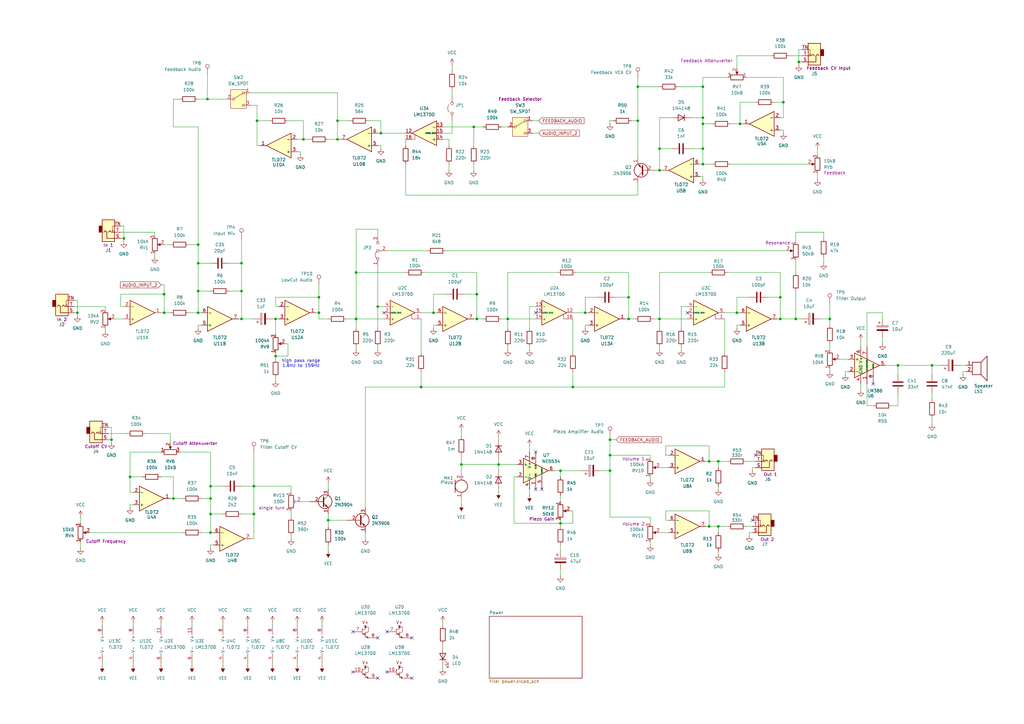
<source format=kicad_sch>
(kicad_sch (version 20231120) (generator "eeschema") (generator_version "8.0")
  (paper "A3")
  (title_block (title "Steel Plate Feedback") (rev "r01") (company "Helical Sounds") (comment 2 "creativecommons.org/licenses/by/4.0/") (comment 3 "License: CC BY 4.0") (comment 4 "Author: Guy John"))
  (junction (at 138.43 57.15))
  (junction (at 290.83 215.9))
  (junction (at 146.05 111.76))
  (junction (at 204.47 190.5))
  (junction (at 53.34 195.58))
  (junction (at 31.75 128.27))
  (junction (at 71.12 204.47))
  (junction (at 86.36 218.44))
  (junction (at 67.31 120.65))
  (junction (at 368.3 149.86))
  (junction (at 288.29 35.56))
  (junction (at 130.81 128.27))
  (junction (at 85.09 40.64))
  (junction (at 302.26 128.27))
  (junction (at 86.36 204.47))
  (junction (at 250.19 193.04))
  (junction (at 320.04 121.92))
  (junction (at 270.51 130.81))
  (junction (at 156.21 54.61))
  (junction (at 240.03 128.27))
  (junction (at 194.31 52.07))
  (junction (at 288.29 48.26))
  (junction (at 99.06 107.95))
  (junction (at 113.03 146.05))
  (junction (at 86.36 210.82))
  (junction (at 257.81 121.92))
  (junction (at 234.95 158.75))
  (junction (at 177.8 128.27))
  (junction (at 288.29 67.31))
  (junction (at 104.14 210.82))
  (junction (at 250.19 186.69))
  (junction (at 81.28 100.33))
  (junction (at 290.83 189.23))
  (junction (at 130.81 121.92))
  (junction (at 81.28 128.27))
  (junction (at 257.81 130.81))
  (junction (at 294.64 215.9))
  (junction (at 45.72 180.34))
  (junction (at 270.51 60.96))
  (junction (at 104.14 199.39))
  (junction (at 261.62 35.56))
  (junction (at 382.27 149.86))
  (junction (at 99.06 130.81))
  (junction (at 172.72 158.75))
  (junction (at 81.28 107.95))
  (junction (at 195.58 120.65))
  (junction (at 340.36 130.81))
  (junction (at 294.64 189.23))
  (junction (at 105.41 49.53))
  (junction (at 229.87 214.63))
  (junction (at 146.05 130.81))
  (junction (at 303.53 50.8))
  (junction (at 195.58 130.81))
  (junction (at 113.03 130.81))
  (junction (at 326.39 130.81))
  (junction (at 99.06 119.38))
  (junction (at 320.04 130.81))
  (junction (at 288.29 60.96))
  (junction (at 138.43 49.53))
  (junction (at 134.62 213.36))
  (junction (at 67.31 128.27))
  (junction (at 327.66 25.4))
  (junction (at 261.62 49.53))
  (junction (at 189.23 190.5))
  (junction (at 50.8 97.79))
  (junction (at 288.29 50.8))
  (junction (at 270.51 69.85))
  (junction (at 229.87 193.04))
  (junction (at 321.31 41.91))
  (junction (at 208.28 130.81))
  (junction (at 154.94 125.73))
  (junction (at 81.28 119.38))
  (junction (at 124.46 57.15))
  (junction (at 250.19 180.34))
  (junction (at 86.36 199.39))
  (no_connect (at 219.71 128.27))
  (no_connect (at 158.75 275.59))
  (no_connect (at 144.78 259.08))
  (no_connect (at 168.91 278.13))
  (no_connect (at 219.71 185.42))
  (no_connect (at 281.94 128.27))
  (no_connect (at 154.94 278.13))
  (no_connect (at 219.71 200.66))
  (no_connect (at 157.48 128.27))
  (no_connect (at 144.78 275.59))
  (no_connect (at 358.14 157.48))
  (no_connect (at 308.61 213.36))
  (no_connect (at 168.91 261.62))
  (no_connect (at 154.94 261.62))
  (no_connect (at 158.75 259.08))
  (no_connect (at 309.88 186.69))
  (no_connect (at 222.25 200.66))
  (wire (pts (xy 91.44 199.39) (xy 86.36 199.39)))
  (wire (pts (xy 78.74 273.05) (xy 78.74 271.78)))
  (wire (pts (xy 41.91 255.27) (xy 41.91 256.54)))
  (wire (pts (xy 340.36 124.46) (xy 340.36 130.81)))
  (wire (pts (xy 185.42 54.61) (xy 181.61 54.61)))
  (wire (pts (xy 261.62 74.93) (xy 261.62 80.01)))
  (wire (pts (xy 81.28 107.95) (xy 86.36 107.95)))
  (wire (pts (xy 71.12 204.47) (xy 74.93 204.47)))
  (wire (pts (xy 195.58 120.65) (xy 195.58 130.81)))
  (wire (pts (xy 156.21 49.53) (xy 156.21 54.61)))
  (wire (pts (xy 134.62 210.82) (xy 134.62 213.36)))
  (wire (pts (xy 302.26 133.35) (xy 302.26 134.62)))
  (wire (pts (xy 67.31 120.65) (xy 67.31 128.27)))
  (wire (pts (xy 302.26 22.86) (xy 302.26 27.94)))
  (wire (pts (xy 288.29 48.26) (xy 288.29 50.8)))
  (wire (pts (xy 261.62 31.75) (xy 261.62 35.56)))
  (wire (pts (xy 287.02 72.39) (xy 288.29 72.39)))
  (wire (pts (xy 234.95 130.81) (xy 234.95 144.78)))
  (wire (pts (xy 355.6 128.27) (xy 361.95 128.27)))
  (wire (pts (xy 71.12 195.58) (xy 71.12 204.47)))
  (wire (pts (xy 317.5 41.91) (xy 321.31 41.91)))
  (wire (pts (xy 250.19 186.69) (xy 250.19 193.04)))
  (wire (pts (xy 91.44 210.82) (xy 86.36 210.82)))
  (wire (pts (xy 308.61 218.44) (xy 307.34 218.44)))
  (wire (pts (xy 86.36 204.47) (xy 86.36 199.39)))
  (wire (pts (xy 114.3 125.73) (xy 113.03 125.73)))
  (wire (pts (xy 99.06 199.39) (xy 104.14 199.39)))
  (wire (pts (xy 50.8 125.73) (xy 49.53 125.73)))
  (wire (pts (xy 184.15 57.15) (xy 181.61 57.15)))
  (wire (pts (xy 266.7 186.69) (xy 250.19 186.69)))
  (wire (pts (xy 184.15 57.15) (xy 184.15 59.69)))
  (wire (pts (xy 66.04 116.84) (xy 67.31 116.84)))
  (wire (pts (xy 185.42 49.53) (xy 185.42 54.61)))
  (wire (pts (xy 234.95 209.55) (xy 234.95 214.63)))
  (wire (pts (xy 81.28 119.38) (xy 81.28 128.27)))
  (wire (pts (xy 234.95 128.27) (xy 240.03 128.27)))
  (wire (pts (xy 278.13 35.56) (xy 288.29 35.56)))
  (wire (pts (xy 121.92 273.05) (xy 121.92 271.78)))
  (wire (pts (xy 288.29 67.31) (xy 287.02 67.31)))
  (wire (pts (xy 273.05 209.55) (xy 290.83 209.55)))
  (wire (pts (xy 320.04 53.34) (xy 321.31 53.34)))
  (wire (pts (xy 361.95 128.27) (xy 361.95 130.81)))
  (wire (pts (xy 294.64 227.33) (xy 294.64 226.06)))
  (wire (pts (xy 227.33 193.04) (xy 229.87 193.04)))
  (wire (pts (xy 86.36 210.82) (xy 86.36 218.44)))
  (wire (pts (xy 205.74 52.07) (xy 208.28 52.07)))
  (wire (pts (xy 302.26 121.92) (xy 302.26 128.27)))
  (wire (pts (xy 124.46 49.53) (xy 124.46 57.15)))
  (wire (pts (xy 66.04 185.42) (xy 53.34 185.42)))
  (wire (pts (xy 73.66 185.42) (xy 86.36 185.42)))
  (wire (pts (xy 146.05 93.98) (xy 146.05 111.76)))
  (wire (pts (xy 181.61 265.43) (xy 181.61 264.16)))
  (wire (pts (xy 81.28 40.64) (xy 85.09 40.64)))
  (wire (pts (xy 172.72 152.4) (xy 172.72 158.75)))
  (wire (pts (xy 69.85 177.8) (xy 69.85 181.61)))
  (wire (pts (xy 270.51 111.76) (xy 270.51 130.81)))
  (wire (pts (xy 382.27 149.86) (xy 386.08 149.86)))
  (wire (pts (xy 270.51 130.81) (xy 270.51 134.62)))
  (wire (pts (xy 335.28 60.96) (xy 335.28 63.5)))
  (wire (pts (xy 303.53 50.8) (xy 304.8 50.8)))
  (wire (pts (xy 316.23 22.86) (xy 302.26 22.86)))
  (wire (pts (xy 101.6 273.05) (xy 101.6 271.78)))
  (wire (pts (xy 229.87 223.52) (xy 229.87 226.06)))
  (wire (pts (xy 154.94 125.73) (xy 157.48 125.73)))
  (wire (pts (xy 189.23 186.69) (xy 189.23 190.5)))
  (wire (pts (xy 113.03 130.81) (xy 114.3 130.81)))
  (wire (pts (xy 104.14 210.82) (xy 99.06 210.82)))
  (wire (pts (xy 156.21 54.61) (xy 154.94 54.61)))
  (wire (pts (xy 229.87 233.68) (xy 229.87 236.22)))
  (wire (pts (xy 289.56 189.23) (xy 290.83 189.23)))
  (wire (pts (xy 229.87 203.2) (xy 229.87 205.74)))
  (wire (pts (xy 45.72 180.34) (xy 45.72 181.61)))
  (wire (pts (xy 166.37 59.69) (xy 166.37 57.15)))
  (wire (pts (xy 290.83 182.88) (xy 273.05 182.88)))
  (wire (pts (xy 154.94 96.52) (xy 154.94 93.98)))
  (wire (pts (xy 327.66 20.32) (xy 327.66 25.4)))
  (wire (pts (xy 104.14 185.42) (xy 104.14 199.39)))
  (wire (pts (xy 86.36 119.38) (xy 81.28 119.38)))
  (wire (pts (xy 111.76 255.27) (xy 111.76 256.54)))
  (wire (pts (xy 113.03 146.05) (xy 113.03 147.32)))
  (wire (pts (xy 138.43 57.15) (xy 138.43 49.53)))
  (wire (pts (xy 245.11 121.92) (xy 240.03 121.92)))
  (wire (pts (xy 189.23 190.5) (xy 204.47 190.5)))
  (wire (pts (xy 250.19 212.09) (xy 250.19 193.04)))
  (wire (pts (xy 210.82 214.63) (xy 229.87 214.63)))
  (wire (pts (xy 321.31 48.26) (xy 320.04 48.26)))
  (wire (pts (xy 331.47 67.31) (xy 299.72 67.31)))
  (wire (pts (xy 91.44 273.05) (xy 91.44 271.78)))
  (wire (pts (xy 275.59 60.96) (xy 270.51 60.96)))
  (wire (pts (xy 189.23 190.5) (xy 189.23 194.31)))
  (wire (pts (xy 320.04 130.81) (xy 320.04 121.92)))
  (wire (pts (xy 394.97 152.4) (xy 396.24 152.4)))
  (wire (pts (xy 270.51 60.96) (xy 270.51 69.85)))
  (wire (pts (xy 82.55 133.35) (xy 81.28 133.35)))
  (wire (pts (xy 259.08 49.53) (xy 261.62 49.53)))
  (wire (pts (xy 127 205.74) (xy 123.19 205.74)))
  (wire (pts (xy 326.39 95.25) (xy 326.39 99.06)))
  (wire (pts (xy 283.21 48.26) (xy 288.29 48.26)))
  (wire (pts (xy 251.46 49.53) (xy 250.19 49.53)))
  (wire (pts (xy 182.88 102.87) (xy 322.58 102.87)))
  (wire (pts (xy 54.61 255.27) (xy 54.61 256.54)))
  (wire (pts (xy 321.31 53.34) (xy 321.31 54.61)))
  (wire (pts (xy 149.86 218.44) (xy 149.86 220.98)))
  (wire (pts (xy 50.8 97.79) (xy 50.8 99.06)))
  (wire (pts (xy 102.87 220.98) (xy 104.14 220.98)))
  (wire (pts (xy 217.17 125.73) (xy 217.17 134.62)))
  (wire (pts (xy 261.62 35.56) (xy 270.51 35.56)))
  (wire (pts (xy 306.07 31.75) (xy 321.31 31.75)))
  (wire (pts (xy 53.34 185.42) (xy 53.34 195.58)))
  (wire (pts (xy 368.3 149.86) (xy 368.3 153.67)))
  (wire (pts (xy 138.43 57.15) (xy 139.7 57.15)))
  (wire (pts (xy 365.76 166.37) (xy 368.3 166.37)))
  (wire (pts (xy 177.8 128.27) (xy 179.07 128.27)))
  (wire (pts (xy 130.81 128.27) (xy 129.54 128.27)))
  (wire (pts (xy 320.04 130.81) (xy 326.39 130.81)))
  (wire (pts (xy 288.29 50.8) (xy 288.29 60.96)))
  (wire (pts (xy 85.09 30.48) (xy 85.09 40.64)))
  (wire (pts (xy 177.8 128.27) (xy 172.72 128.27)))
  (wire (pts (xy 273.05 182.88) (xy 273.05 186.69)))
  (wire (pts (xy 124.46 57.15) (xy 127 57.15)))
  (wire (pts (xy 154.94 59.69) (xy 156.21 59.69)))
  (wire (pts (xy 81.28 133.35) (xy 81.28 134.62)))
  (wire (pts (xy 298.45 31.75) (xy 288.29 31.75)))
  (wire (pts (xy 279.4 134.62) (xy 279.4 125.73)))
  (wire (pts (xy 321.31 31.75) (xy 321.31 41.91)))
  (wire (pts (xy 134.62 57.15) (xy 138.43 57.15)))
  (wire (pts (xy 149.86 158.75) (xy 172.72 158.75)))
  (wire (pts (xy 292.1 50.8) (xy 288.29 50.8)))
  (wire (pts (xy 326.39 106.68) (xy 326.39 111.76)))
  (wire (pts (xy 229.87 214.63) (xy 229.87 215.9)))
  (wire (pts (xy 119.38 199.39) (xy 119.38 201.93)))
  (wire (pts (xy 306.07 189.23) (xy 309.88 189.23)))
  (wire (pts (xy 279.4 142.24) (xy 279.4 143.51)))
  (wire (pts (xy 146.05 111.76) (xy 146.05 130.81)))
  (wire (pts (xy 303.53 50.8) (xy 299.72 50.8)))
  (wire (pts (xy 270.51 191.77) (xy 274.32 191.77)))
  (wire (pts (xy 91.44 255.27) (xy 91.44 256.54)))
  (wire (pts (xy 118.11 49.53) (xy 124.46 49.53)))
  (wire (pts (xy 67.31 100.33) (xy 69.85 100.33)))
  (wire (pts (xy 393.7 149.86) (xy 396.24 149.86)))
  (wire (pts (xy 93.98 107.95) (xy 99.06 107.95)))
  (wire (pts (xy 252.73 121.92) (xy 257.81 121.92)))
  (wire (pts (xy 134.62 213.36) (xy 134.62 215.9)))
  (wire (pts (xy 195.58 111.76) (xy 195.58 120.65)))
  (wire (pts (xy 219.71 125.73) (xy 217.17 125.73)))
  (wire (pts (xy 326.39 119.38) (xy 326.39 130.81)))
  (wire (pts (xy 134.62 223.52) (xy 134.62 226.06)))
  (wire (pts (xy 111.76 130.81) (xy 113.03 130.81)))
  (wire (pts (xy 303.53 41.91) (xy 303.53 50.8)))
  (wire (pts (xy 105.41 49.53) (xy 105.41 59.69)))
  (wire (pts (xy 185.42 36.83) (xy 185.42 39.37)))
  (wire (pts (xy 54.61 273.05) (xy 54.61 271.78)))
  (wire (pts (xy 298.45 111.76) (xy 320.04 111.76)))
  (wire (pts (xy 290.83 215.9) (xy 289.56 215.9)))
  (wire (pts (xy 116.84 140.97) (xy 118.11 140.97)))
  (wire (pts (xy 177.8 133.35) (xy 179.07 133.35)))
  (wire (pts (xy 275.59 48.26) (xy 270.51 48.26)))
  (wire (pts (xy 50.8 92.71) (xy 50.8 97.79)))
  (wire (pts (xy 101.6 255.27) (xy 101.6 256.54)))
  (wire (pts (xy 81.28 52.07) (xy 71.12 52.07)))
  (wire (pts (xy 146.05 130.81) (xy 146.05 134.62)))
  (wire (pts (xy 217.17 142.24) (xy 217.17 143.51)))
  (wire (pts (xy 189.23 176.53) (xy 189.23 179.07)))
  (wire (pts (xy 53.34 195.58) (xy 53.34 201.93)))
  (wire (pts (xy 102.87 38.1) (xy 138.43 38.1)))
  (wire (pts (xy 86.36 218.44) (xy 87.63 218.44)))
  (wire (pts (xy 205.74 130.81) (xy 208.28 130.81)))
  (wire (pts (xy 99.06 119.38) (xy 99.06 130.81)))
  (wire (pts (xy 77.47 128.27) (xy 81.28 128.27)))
  (wire (pts (xy 294.64 189.23) (xy 294.64 191.77)))
  (wire (pts (xy 294.64 215.9) (xy 294.64 218.44)))
  (wire (pts (xy 306.07 215.9) (xy 308.61 215.9)))
  (wire (pts (xy 71.12 40.64) (xy 73.66 40.64)))
  (wire (pts (xy 234.95 158.75) (xy 297.18 158.75)))
  (wire (pts (xy 138.43 49.53) (xy 143.51 49.53)))
  (wire (pts (xy 270.51 48.26) (xy 270.51 60.96)))
  (wire (pts (xy 121.92 57.15) (xy 124.46 57.15)))
  (wire (pts (xy 308.61 191.77) (xy 308.61 193.04)))
  (wire (pts (xy 355.6 166.37) (xy 358.14 166.37)))
  (wire (pts (xy 105.41 43.18) (xy 102.87 43.18)))
  (wire (pts (xy 46.99 130.81) (xy 50.8 130.81)))
  (wire (pts (xy 294.64 215.9) (xy 298.45 215.9)))
  (wire (pts (xy 229.87 193.04) (xy 229.87 195.58)))
  (wire (pts (xy 257.81 121.92) (xy 257.81 130.81)))
  (wire (pts (xy 270.51 142.24) (xy 270.51 143.51)))
  (wire (pts (xy 99.06 97.79) (xy 99.06 107.95)))
  (wire (pts (xy 67.31 128.27) (xy 69.85 128.27)))
  (wire (pts (xy 53.34 201.93) (xy 54.61 201.93)))
  (wire (pts (xy 320.04 111.76) (xy 320.04 121.92)))
  (wire (pts (xy 337.82 97.79) (xy 337.82 95.25)))
  (wire (pts (xy 273.05 186.69) (xy 274.32 186.69)))
  (wire (pts (xy 119.38 212.09) (xy 119.38 209.55)))
  (wire (pts (xy 146.05 111.76) (xy 166.37 111.76)))
  (wire (pts (xy 113.03 130.81) (xy 113.03 137.16)))
  (wire (pts (xy 86.36 210.82) (xy 86.36 204.47)))
  (wire (pts (xy 269.24 69.85) (xy 270.51 69.85)))
  (wire (pts (xy 290.83 215.9) (xy 294.64 215.9)))
  (wire (pts (xy 327.66 25.4) (xy 327.66 26.67)))
  (wire (pts (xy 355.6 142.24) (xy 355.6 128.27)))
  (wire (pts (xy 130.81 130.81) (xy 134.62 130.81)))
  (wire (pts (xy 86.36 223.52) (xy 86.36 224.79)))
  (wire (pts (xy 31.75 128.27) (xy 31.75 129.54)))
  (wire (pts (xy 146.05 142.24) (xy 146.05 143.51)))
  (wire (pts (xy 41.91 273.05) (xy 41.91 271.78)))
  (wire (pts (xy 86.36 185.42) (xy 86.36 199.39)))
  (wire (pts (xy 36.83 218.44) (xy 74.93 218.44)))
  (wire (pts (xy 274.32 213.36) (xy 273.05 213.36)))
  (wire (pts (xy 81.28 107.95) (xy 81.28 119.38)))
  (wire (pts (xy 279.4 125.73) (xy 281.94 125.73)))
  (wire (pts (xy 166.37 80.01) (xy 261.62 80.01)))
  (wire (pts (xy 104.14 220.98) (xy 104.14 210.82)))
  (wire (pts (xy 204.47 201.93) (xy 204.47 200.66)))
  (wire (pts (xy 273.05 213.36) (xy 273.05 209.55)))
  (wire (pts (xy 87.63 223.52) (xy 86.36 223.52)))
  (wire (pts (xy 99.06 107.95) (xy 99.06 119.38)))
  (wire (pts (xy 118.11 140.97) (xy 118.11 146.05)))
  (wire (pts (xy 66.04 128.27) (xy 67.31 128.27)))
  (wire (pts (xy 309.88 41.91) (xy 303.53 41.91)))
  (wire (pts (xy 66.04 255.27) (xy 66.04 256.54)))
  (wire (pts (xy 218.44 54.61) (xy 220.98 54.61)))
  (wire (pts (xy 63.5 105.41) (xy 63.5 104.14)))
  (wire (pts (xy 340.36 140.97) (xy 340.36 143.51)))
  (wire (pts (xy 189.23 204.47) (xy 189.23 207.01)))
  (wire (pts (xy 240.03 128.27) (xy 241.3 128.27)))
  (wire (pts (xy 204.47 179.07) (xy 204.47 180.34)))
  (wire (pts (xy 266.7 223.52) (xy 266.7 222.25)))
  (wire (pts (xy 146.05 130.81) (xy 157.48 130.81)))
  (wire (pts (xy 347.98 152.4) (xy 346.71 152.4)))
  (wire (pts (xy 53.34 207.01) (xy 53.34 208.28)))
  (wire (pts (xy 77.47 100.33) (xy 81.28 100.33)))
  (wire (pts (xy 217.17 182.88) (xy 217.17 185.42)))
  (wire (pts (xy 134.62 198.12) (xy 134.62 200.66)))
  (wire (pts (xy 234.95 152.4) (xy 234.95 158.75)))
  (wire (pts (xy 119.38 220.98) (xy 119.38 219.71)))
  (wire (pts (xy 257.81 111.76) (xy 257.81 121.92)))
  (wire (pts (xy 81.28 52.07) (xy 81.28 100.33)))
  (wire (pts (xy 208.28 130.81) (xy 208.28 134.62)))
  (wire (pts (xy 368.3 149.86) (xy 382.27 149.86)))
  (wire (pts (xy 208.28 111.76) (xy 208.28 130.81)))
  (wire (pts (xy 132.08 273.05) (xy 132.08 271.78)))
  (wire (pts (xy 33.02 212.09) (xy 33.02 214.63)))
  (wire (pts (xy 185.42 26.67) (xy 185.42 29.21)))
  (wire (pts (xy 130.81 130.81) (xy 130.81 128.27)))
  (wire (pts (xy 346.71 152.4) (xy 346.71 153.67)))
  (wire (pts (xy 382.27 149.86) (xy 382.27 153.67)))
  (wire (pts (xy 45.72 175.26) (xy 45.72 180.34)))
  (wire (pts (xy 266.7 187.96) (xy 266.7 186.69)))
  (wire (pts (xy 43.18 135.89) (xy 43.18 134.62)))
  (wire (pts (xy 288.29 60.96) (xy 288.29 67.31)))
  (wire (pts (xy 290.83 189.23) (xy 290.83 182.88)))
  (wire (pts (xy 246.38 193.04) (xy 250.19 193.04)))
  (wire (pts (xy 49.53 97.79) (xy 50.8 97.79)))
  (wire (pts (xy 194.31 52.07) (xy 198.12 52.07)))
  (wire (pts (xy 340.36 130.81) (xy 340.36 133.35)))
  (wire (pts (xy 240.03 133.35) (xy 240.03 134.62)))
  (wire (pts (xy 99.06 130.81) (xy 97.79 130.81)))
  (wire (pts (xy 142.24 130.81) (xy 146.05 130.81)))
  (wire (pts (xy 241.3 133.35) (xy 240.03 133.35)))
  (wire (pts (xy 208.28 142.24) (xy 208.28 143.51)))
  (wire (pts (xy 49.53 92.71) (xy 50.8 92.71)))
  (wire (pts (xy 31.75 123.19) (xy 31.75 128.27)))
  (wire (pts (xy 309.88 191.77) (xy 308.61 191.77)))
  (wire (pts (xy 132.08 255.27) (xy 132.08 256.54)))
  (wire (pts (xy 270.51 218.44) (xy 274.32 218.44)))
  (wire (pts (xy 335.28 73.66) (xy 335.28 71.12)))
  (wire (pts (xy 44.45 175.26) (xy 45.72 175.26)))
  (wire (pts (xy 30.48 123.19) (xy 31.75 123.19)))
  (wire (pts (xy 382.27 161.29) (xy 382.27 163.83)))
  (wire (pts (xy 63.5 95.25) (xy 63.5 96.52)))
  (wire (pts (xy 181.61 274.32) (xy 181.61 273.05)))
  (wire (pts (xy 328.93 22.86) (xy 323.85 22.86)))
  (wire (pts (xy 104.14 199.39) (xy 104.14 210.82)))
  (wire (pts (xy 151.13 49.53) (xy 156.21 49.53)))
  (wire (pts (xy 49.53 120.65) (xy 67.31 120.65)))
  (wire (pts (xy 156.21 54.61) (xy 166.37 54.61)))
  (wire (pts (xy 113.03 146.05) (xy 113.03 144.78)))
  (wire (pts (xy 113.03 156.21) (xy 113.03 154.94)))
  (wire (pts (xy 59.69 177.8) (xy 69.85 177.8)))
  (wire (pts (xy 194.31 52.07) (xy 194.31 59.69)))
  (wire (pts (xy 121.92 62.23) (xy 123.19 62.23)))
  (wire (pts (xy 105.41 59.69) (xy 106.68 59.69)))
  (wire (pts (xy 233.68 209.55) (xy 234.95 209.55)))
  (wire (pts (xy 283.21 60.96) (xy 288.29 60.96)))
  (wire (pts (xy 344.17 147.32) (xy 347.98 147.32)))
  (wire (pts (xy 297.18 152.4) (xy 297.18 158.75)))
  (wire (pts (xy 113.03 125.73) (xy 113.03 121.92)))
  (wire (pts (xy 154.94 109.22) (xy 154.94 125.73)))
  (wire (pts (xy 204.47 187.96) (xy 204.47 190.5)))
  (wire (pts (xy 166.37 80.01) (xy 166.37 67.31)))
  (wire (pts (xy 33.02 224.79) (xy 33.02 222.25)))
  (wire (pts (xy 368.3 166.37) (xy 368.3 161.29)))
  (wire (pts (xy 288.29 31.75) (xy 288.29 35.56)))
  (wire (pts (xy 172.72 130.81) (xy 172.72 144.78)))
  (wire (pts (xy 261.62 49.53) (xy 261.62 64.77)))
  (wire (pts (xy 93.98 119.38) (xy 99.06 119.38)))
  (wire (pts (xy 71.12 52.07) (xy 71.12 40.64)))
  (wire (pts (xy 49.53 125.73) (xy 49.53 120.65)))
  (wire (pts (xy 67.31 116.84) (xy 67.31 120.65)))
  (wire (pts (xy 85.09 40.64) (xy 92.71 40.64)))
  (wire (pts (xy 297.18 130.81) (xy 297.18 144.78)))
  (wire (pts (xy 302.26 133.35) (xy 303.53 133.35)))
  (wire (pts (xy 229.87 213.36) (xy 229.87 214.63)))
  (wire (pts (xy 154.94 93.98) (xy 146.05 93.98)))
  (wire (pts (xy 307.34 218.44) (xy 307.34 219.71)))
  (wire (pts (xy 336.55 130.81) (xy 340.36 130.81)))
  (wire (pts (xy 266.7 212.09) (xy 250.19 212.09)))
  (wire (pts (xy 266.7 196.85) (xy 266.7 195.58)))
  (wire (pts (xy 195.58 130.81) (xy 194.31 130.81)))
  (wire (pts (xy 292.1 67.31) (xy 288.29 67.31)))
  (wire (pts (xy 228.6 111.76) (xy 208.28 111.76)))
  (wire (pts (xy 270.51 69.85) (xy 271.78 69.85)))
  (wire (pts (xy 394.97 153.67) (xy 394.97 152.4)))
  (wire (pts (xy 194.31 69.85) (xy 194.31 67.31)))
  (wire (pts (xy 158.75 102.87) (xy 175.26 102.87)))
  (wire (pts (xy 71.12 204.47) (xy 69.85 204.47)))
  (wire (pts (xy 81.28 128.27) (xy 82.55 128.27)))
  (wire (pts (xy 130.81 116.84) (xy 130.81 121.92)))
  (wire (pts (xy 257.81 130.81) (xy 256.54 130.81)))
  (wire (pts (xy 82.55 204.47) (xy 86.36 204.47)))
  (wire (pts (xy 58.42 195.58) (xy 53.34 195.58)))
  (wire (pts (xy 172.72 158.75) (xy 234.95 158.75)))
  (wire (pts (xy 290.83 111.76) (xy 270.51 111.76)))
  (wire (pts (xy 266.7 214.63) (xy 266.7 212.09)))
  (wire (pts (xy 340.36 152.4) (xy 340.36 151.13)))
  (wire (pts (xy 210.82 195.58) (xy 210.82 214.63)))
  (wire (pts (xy 294.64 189.23) (xy 298.45 189.23)))
  (wire (pts (xy 111.76 273.05) (xy 111.76 271.78)))
  (wire (pts (xy 240.03 121.92) (xy 240.03 128.27)))
  (wire (pts (xy 121.92 255.27) (xy 121.92 256.54)))
  (wire (pts (xy 218.44 49.53) (xy 220.98 49.53)))
  (wire (pts (xy 99.06 130.81) (xy 104.14 130.81)))
  (wire (pts (xy 204.47 190.5) (xy 204.47 193.04)))
  (wire (pts (xy 82.55 218.44) (xy 86.36 218.44)))
  (wire (pts (xy 290.83 189.23) (xy 294.64 189.23)))
  (wire (pts (xy 134.62 213.36) (xy 142.24 213.36)))
  (wire (pts (xy 81.28 100.33) (xy 81.28 107.95)))
  (wire (pts (xy 294.64 200.66) (xy 294.64 199.39)))
  (wire (pts (xy 337.82 95.25) (xy 326.39 95.25)))
  (wire (pts (xy 156.21 59.69) (xy 156.21 60.96)))
  (wire (pts (xy 130.81 121.92) (xy 130.81 128.27)))
  (wire (pts (xy 54.61 207.01) (xy 53.34 207.01)))
  (wire (pts (xy 149.86 158.75) (xy 149.86 208.28)))
  (wire (pts (xy 177.8 133.35) (xy 177.8 134.62)))
  (wire (pts (xy 297.18 128.27) (xy 302.26 128.27)))
  (wire (pts (xy 30.48 128.27) (xy 31.75 128.27)))
  (wire (pts (xy 138.43 38.1) (xy 138.43 49.53)))
  (wire (pts (xy 43.18 125.73) (xy 43.18 127)))
  (wire (pts (xy 270.51 130.81) (xy 281.94 130.81)))
  (wire (pts (xy 66.04 195.58) (xy 71.12 195.58)))
  (wire (pts (xy 288.29 35.56) (xy 288.29 48.26)))
  (wire (pts (xy 217.17 203.2) (xy 217.17 200.66)))
  (wire (pts (xy 261.62 35.56) (xy 261.62 49.53)))
  (wire (pts (xy 353.06 139.7) (xy 353.06 142.24)))
  (wire (pts (xy 290.83 209.55) (xy 290.83 215.9)))
  (wire (pts (xy 355.6 157.48) (xy 355.6 166.37)))
  (wire (pts (xy 78.74 255.27) (xy 78.74 256.54)))
  (wire (pts (xy 250.19 180.34) (xy 252.73 180.34)))
  (wire (pts (xy 302.26 128.27) (xy 303.53 128.27)))
  (wire (pts (xy 182.88 120.65) (xy 177.8 120.65)))
  (wire (pts (xy 318.77 130.81) (xy 320.04 130.81)))
  (wire (pts (xy 105.41 49.53) (xy 105.41 43.18)))
  (wire (pts (xy 236.22 111.76) (xy 257.81 111.76)))
  (wire (pts (xy 229.87 214.63) (xy 234.95 214.63)))
  (wire (pts (xy 353.06 160.02) (xy 353.06 157.48)))
  (wire (pts (xy 229.87 193.04) (xy 238.76 193.04)))
  (wire (pts (xy 337.82 105.41) (xy 337.82 107.95)))
  (wire (pts (xy 204.47 190.5) (xy 212.09 190.5)))
  (wire (pts (xy 118.11 146.05) (xy 113.03 146.05)))
  (wire (pts (xy 361.95 140.97) (xy 361.95 138.43)))
  (wire (pts (xy 44.45 177.8) (xy 52.07 177.8)))
  (wire (pts (xy 184.15 69.85) (xy 184.15 67.31)))
  (wire (pts (xy 328.93 20.32) (xy 327.66 20.32)))
  (wire (pts (xy 190.5 120.65) (xy 195.58 120.65)))
  (wire (pts (xy 288.29 72.39) (xy 288.29 73.66)))
  (wire (pts (xy 267.97 130.81) (xy 270.51 130.81)))
  (wire (pts (xy 154.94 142.24) (xy 154.94 143.51)))
  (wire (pts (xy 212.09 195.58) (xy 210.82 195.58)))
  (wire (pts (xy 66.04 273.05) (xy 66.04 271.78)))
  (wire (pts (xy 44.45 180.34) (xy 45.72 180.34)))
  (wire (pts (xy 250.19 180.34) (xy 250.19 186.69)))
  (wire (pts (xy 30.48 125.73) (xy 43.18 125.73)))
  (wire (pts (xy 154.94 125.73) (xy 154.94 134.62)))
  (wire (pts (xy 49.53 95.25) (xy 63.5 95.25)))
  (wire (pts (xy 314.96 121.92) (xy 320.04 121.92)))
  (wire (pts (xy 110.49 49.53) (xy 105.41 49.53)))
  (wire (pts (xy 257.81 130.81) (xy 260.35 130.81)))
  (wire (pts (xy 104.14 199.39) (xy 119.38 199.39)))
  (wire (pts (xy 181.61 255.27) (xy 181.61 256.54)))
  (wire (pts (xy 123.19 62.23) (xy 123.19 63.5)))
  (wire (pts (xy 328.93 25.4) (xy 327.66 25.4)))
  (wire (pts (xy 173.99 111.76) (xy 195.58 111.76)))
  (wire (pts (xy 250.19 179.07) (xy 250.19 180.34)))
  (wire (pts (xy 326.39 130.81) (xy 328.93 130.81)))
  (wire (pts (xy 307.34 121.92) (xy 302.26 121.92)))
  (wire (pts (xy 208.28 130.81) (xy 219.71 130.81)))
  (wire (pts (xy 181.61 52.07) (xy 194.31 52.07)))
  (wire (pts (xy 382.27 173.99) (xy 382.27 171.45)))
  (wire (pts (xy 113.03 121.92) (xy 130.81 121.92)))
  (wire (pts (xy 250.19 49.53) (xy 250.19 50.8)))
  (wire (pts (xy 198.12 130.81) (xy 195.58 130.81)))
  (wire (pts (xy 363.22 149.86) (xy 368.3 149.86)))
  (wire (pts (xy 177.8 120.65) (xy 177.8 128.27)))
  (wire (pts (xy 321.31 41.91) (xy 321.31 48.26)))
  (text "high pass range\n1.6Hz to 159Hz" (at 123.444 149.098 0) (effects (font (size 1.27 1.27))))
  (global_label "FEEDBACK_AUDIO" (shape input) (at 252.73 180.34 0) (property "Intersheetrefs" "${INTERSHEET_REFS}" (effects (hide yes))))
  (global_label "AUDIO_INPUT_2" (shape input) (at 220.98 54.61 0) (property "Intersheetrefs" "${INTERSHEET_REFS}" (effects (hide yes))))
  (global_label "FEEDBACK_AUDIO" (shape input) (at 220.98 49.53 0) (property "Intersheetrefs" "${INTERSHEET_REFS}" (effects (hide yes))))
  (global_label "AUDIO_INPUT_2" (shape input) (at 66.04 116.84 180) (property "Intersheetrefs" "${INTERSHEET_REFS}" (effects (hide yes))))
  (symbol (lib_id "power:VCC") (at 91.44 255.27 0) (unit 1)
    (property "Reference" "#PWR075" (effects (hide yes)))
    (property "Value" "VCC" (at 91.44 250.19 0))
    (property "Description" "Power symbol creates a global label with name \"VCC\"" (effects (hide yes)))
  )
  (symbol (lib_id "Amplifier_Operational:TL072") (at 312.42 50.8 180) (unit 1)
    (property "Reference" "U5" (at 312.42 58.928 0))
    (property "Value" "TL072" (at 312.42 56.896 0))
    (property "Footprint" "Package_DIP:DIP-8_W7.62mm_Socket" (effects (hide yes)))
    (property "Datasheet" "http://www.ti.com/lit/ds/symlink/tl071.pdf" (effects (hide yes)))
    (property "Description" "Dual Low-Noise JFET-Input Operational Amplifiers, DIP-8/SOIC-8" (effects (hide yes)))
  )
  (symbol (lib_id "power:VEE") (at 78.74 273.05 180) (unit 1)
    (property "Reference" "#PWR071" (effects (hide yes)))
    (property "Value" "VEE" (at 78.74 278.13 0))
    (property "Description" "Power symbol creates a global label with name \"VEE\"" (effects (hide yes)))
  )
  (symbol (lib_id "Rumblesan_Standard_Parts:C") (at 368.3 157.48 0) (unit 1)
    (property "Reference" "C41" (at 372.11 156.2099 0) (effects (justify left)))
    (property "Value" "33nF" (at 372.11 158.7499 0) (effects (justify left)))
    (property "Footprint" "Rumblesan_Standard_Parts:C_Rect_L7.0mm_W2.5mm_P5.00mm" (effects (hide yes)))
    (property "Description" "Unpolarized capacitor" (effects (hide yes)))
    (property "Spec" "ceramic C0G" (effects (hide yes)))
    (property "Tolerance" "5%" (effects (hide yes)))
  )
  (symbol (lib_id "power:GND") (at 146.05 143.51 0) (unit 1)
    (property "Reference" "#PWR06" (effects (hide yes)))
    (property "Value" "GND" (at 146.05 148.59 0))
    (property "Description" "Power symbol creates a global label with name \"GND\" , ground" (effects (hide yes)))
  )
  (symbol (lib_id "power:VEE") (at 217.17 203.2 180) (unit 1)
    (property "Reference" "#PWR047" (effects (hide yes)))
    (property "Value" "VEE" (at 217.17 208.28 0))
    (property "Description" "Power symbol creates a global label with name \"VEE\"" (effects (hide yes)))
  )
  (symbol (lib_id "Rumblesan_Standard_Parts:R") (at 55.88 177.8 90) (unit 1)
    (property "Reference" "R34" (at 55.88 171.45 90))
    (property "Value" "100k" (at 55.88 173.99 90))
    (property "Footprint" "Rumblesan_Standard_Parts:R_Axial_DIN0207_L6.3mm_D2.5mm_P10.16mm_Horizontal" (effects (hide yes)))
    (property "Description" "Resistor" (effects (hide yes)))
    (property "Tolerance" "1%" (effects (hide yes)))
    (property "Power" "0.5W" (effects (hide yes)))
    (property "Spec" "metal film" (effects (hide yes)))
  )
  (symbol (lib_id "Rumblesan_Standard_Parts:R_Potentiometer") (at 69.85 185.42 90) (unit 1)
    (property "Reference" "RV6" (at 69.85 189.23 90))
    (property "Value" "10kB" (at 69.85 191.77 90))
    (property "Footprint" "Rumblesan_Potentiometer_THT:Potentiometer_Alpha_RD901F-40-00D_Single_Vertical" (effects (hide yes)))
    (property "Datasheet" "http://www.taiwanalpha.com/downloads?target=products&id=113" (effects (hide yes)))
    (property "Description" "Potentiometer" (effects (hide yes)))
    (property "Name" "Cutoff Attenuverter" (at 80.01 181.864 90))
  )
  (symbol (lib_id "Amplifier_Audio:LM386") (at 355.6 149.86 0) (unit 1)
    (property "Reference" "U6" (at 357.124 162.306 0))
    (property "Value" "LM386" (at 358.902 160.274 0))
    (property "Footprint" "Package_DIP:DIP-8_W7.62mm_Socket" (effects (hide yes)))
    (property "Datasheet" "http://www.ti.com/lit/ds/symlink/lm386.pdf" (effects (hide yes)))
    (property "Description" "Low Voltage Audio Power Amplifier, DIP-8/SOIC-8/SSOP-8" (effects (hide yes)))
  )
  (symbol (lib_id "power:GND") (at 81.28 134.62 0) (unit 1)
    (property "Reference" "#PWR07" (effects (hide yes)))
    (property "Value" "GND" (at 81.28 139.7 0))
    (property "Description" "Power symbol creates a global label with name \"GND\" , ground" (effects (hide yes)))
  )
  (symbol (lib_id "Transistor_BJT:2N3904") (at 132.08 205.74 0) (unit 1)
    (property "Reference" "Q1" (at 137.16 204.4699 0) (effects (justify left)))
    (property "Value" "2N3904" (at 137.16 207.0099 0) (effects (justify left)))
    (property "Footprint" "Package_TO_SOT_THT:TO-92_Inline_Wide" (effects (hide yes)))
    (property "Datasheet" "https://www.onsemi.com/pub/Collateral/2N3903-D.PDF" (effects (hide yes)))
    (property "Description" "0.2A Ic, 40V Vce, Small Signal NPN Transistor, TO-92" (effects (hide yes)))
  )
  (symbol (lib_id "Amplifier_Operational:LM13700") (at 289.56 128.27 0) (unit 3)
    (property "Reference" "U3" (at 289.56 118.11 0))
    (property "Value" "LM13700" (at 289.56 120.65 0))
    (property "Footprint" "Package_DIP:DIP-16_W7.62mm_Socket" (effects (hide yes)))
    (property "Datasheet" "http://www.ti.com/lit/ds/symlink/lm13700.pdf" (effects (hide yes)))
    (property "Description" "Dual Operational Transconductance Amplifiers with Linearizing Diodes and Buffers, DIP-16/SOIC-16" (effects (hide yes)))
  )
  (symbol (lib_id "Rumblesan_Standard_Parts:R") (at 313.69 41.91 270) (mirror x) (unit 1)
    (property "Reference" "R39" (at 313.69 35.56 90))
    (property "Value" "100k" (at 313.69 38.1 90))
    (property "Footprint" "Rumblesan_Standard_Parts:R_Axial_DIN0207_L6.3mm_D2.5mm_P10.16mm_Horizontal" (effects (hide yes)))
    (property "Description" "Resistor" (effects (hide yes)))
    (property "Tolerance" "1%" (effects (hide yes)))
    (property "Power" "0.5W" (effects (hide yes)))
    (property "Spec" "metal film" (effects (hide yes)))
  )
  (symbol (lib_id "power:GND") (at 240.03 134.62 0) (unit 1)
    (property "Reference" "#PWR02" (effects (hide yes)))
    (property "Value" "GND" (at 240.03 139.7 0))
    (property "Description" "Power symbol creates a global label with name \"GND\" , ground" (effects (hide yes)))
  )
  (symbol (lib_id "power:GND") (at 156.21 60.96 0) (unit 1)
    (property "Reference" "#PWR022" (effects (hide yes)))
    (property "Value" "GND" (at 156.21 66.04 0))
    (property "Description" "Power symbol creates a global label with name \"GND\" , ground" (effects (hide yes)))
  )
  (symbol (lib_id "Amplifier_Operational:TL072") (at 248.92 130.81 0) (mirror x) (unit 1)
    (property "Reference" "U13" (at 248.92 140.97 0))
    (property "Value" "TL072" (at 248.92 138.43 0))
    (property "Footprint" "Package_DIP:DIP-8_W7.62mm_Socket" (effects (hide yes)))
    (property "Datasheet" "http://www.ti.com/lit/ds/symlink/tl071.pdf" (effects (hide yes)))
    (property "Description" "Dual Low-Noise JFET-Input Operational Amplifiers, DIP-8/SOIC-8" (effects (hide yes)))
  )
  (symbol (lib_id "Rumblesan_Standard_Parts:R") (at 295.91 50.8 270) (mirror x) (unit 1)
    (property "Reference" "R41" (at 295.91 44.45 90))
    (property "Value" "100k" (at 295.91 46.99 90))
    (property "Footprint" "Rumblesan_Standard_Parts:R_Axial_DIN0207_L6.3mm_D2.5mm_P10.16mm_Horizontal" (effects (hide yes)))
    (property "Description" "Resistor" (effects (hide yes)))
    (property "Tolerance" "1%" (effects (hide yes)))
    (property "Power" "0.5W" (effects (hide yes)))
    (property "Spec" "metal film" (effects (hide yes)))
  )
  (symbol (lib_id "Rumblesan_Standard_Parts:R_Potentiometer") (at 302.26 31.75 270) (mirror x) (unit 1)
    (property "Reference" "RV7" (at 302.26 35.56 90))
    (property "Value" "10kB" (at 302.26 38.1 90))
    (property "Footprint" "Rumblesan_Potentiometer_THT:Potentiometer_Alpha_RD901F-40-00D_Single_Vertical" (effects (hide yes)))
    (property "Datasheet" "http://www.taiwanalpha.com/downloads?target=products&id=113" (effects (hide yes)))
    (property "Description" "Potentiometer" (effects (hide yes)))
    (property "Name" "Feedback Attenuverter" (at 289.814 24.892 90))
  )
  (symbol (lib_id "Rumblesan_Standard_Parts:R") (at 294.64 195.58 0) (mirror y) (unit 1)
    (property "Reference" "R2" (at 292.1 194.3099 0) (effects (justify left)))
    (property "Value" "1k" (at 292.1 196.8499 0) (effects (justify left)))
    (property "Footprint" "Rumblesan_Standard_Parts:R_Axial_DIN0207_L6.3mm_D2.5mm_P10.16mm_Horizontal" (effects (hide yes)))
    (property "Description" "Resistor" (effects (hide yes)))
    (property "Tolerance" "1%" (effects (hide yes)))
    (property "Power" "0.5W" (effects (hide yes)))
    (property "Spec" "metal film" (effects (hide yes)))
  )
  (symbol (lib_id "Rumblesan_Standard_Parts:R_Potentiometer_Trim") (at 119.38 205.74 0) (unit 1)
    (property "Reference" "RV13" (at 116.84 203.1999 0) (effects (justify right)))
    (property "Value" "100r" (at 116.84 205.7399 0) (effects (justify right)))
    (property "Footprint" "Rumblesan_Potentiometer_THT:Potentiometer_THT_Bourns_3306P_Vertical" (effects (hide yes)))
    (property "Description" "Trim-potentiometer" (effects (hide yes)))
    (property "Spec" "single turn" (at 116.84 208.2799 0) (effects (justify right)))
  )
  (symbol (lib_id "Diode:1N4148") (at 204.47 196.85 90) (mirror x) (unit 1)
    (property "Reference" "D2" (at 201.93 195.5799 90) (effects (justify left)))
    (property "Value" "1N4148" (at 201.93 198.1199 90) (effects (justify left)))
    (property "Footprint" "Diode_THT:D_DO-35_SOD27_P7.62mm_Horizontal" (effects (hide yes)))
    (property "Datasheet" "https://assets.nexperia.com/documents/data-sheet/1N4148_1N4448.pdf" (effects (hide yes)))
    (property "Description" "100V 0.15A standard switching diode, DO-35" (effects (hide yes)))
    (property "Sim.Device" "D" (effects (hide yes)))
    (property "Sim.Pins" "1=K 2=A" (effects (hide yes)))
  )
  (symbol (lib_id "Rumblesan_Standard_Parts:R") (at 172.72 148.59 0) (mirror x) (unit 1)
    (property "Reference" "R31" (at 170.18 147.3199 0) (effects (justify right)))
    (property "Value" "22k" (at 170.18 149.8599 0) (effects (justify right)))
    (property "Footprint" "Rumblesan_Standard_Parts:R_Axial_DIN0207_L6.3mm_D2.5mm_P10.16mm_Horizontal" (effects (hide yes)))
    (property "Description" "Resistor" (effects (hide yes)))
    (property "Tolerance" "1%" (effects (hide yes)))
    (property "Power" "0.5W" (effects (hide yes)))
    (property "Spec" "metal film" (effects (hide yes)))
  )
  (symbol (lib_id "Transistor_BJT:2N3906") (at 147.32 213.36 0) (unit 1)
    (property "Reference" "Q2" (at 152.4 212.0899 0) (effects (justify left)))
    (property "Value" "2N3906" (at 152.4 214.6299 0) (effects (justify left)))
    (property "Footprint" "Package_TO_SOT_THT:TO-92_Inline_Wide" (effects (hide yes)))
    (property "Datasheet" "https://www.onsemi.com/pub/Collateral/2N3906-D.PDF" (effects (hide yes)))
    (property "Description" "-0.2A Ic, -40V Vce, Small Signal PNP Transistor, TO-92" (effects (hide yes)))
  )
  (symbol (lib_id "Rumblesan_Standard_Parts:R") (at 73.66 128.27 90) (unit 1)
    (property "Reference" "R8" (at 73.66 121.92 90))
    (property "Value" "100k" (at 73.66 124.46 90))
    (property "Footprint" "Rumblesan_Standard_Parts:R_Axial_DIN0207_L6.3mm_D2.5mm_P10.16mm_Horizontal" (effects (hide yes)))
    (property "Description" "Resistor" (effects (hide yes)))
    (property "Tolerance" "1%" (effects (hide yes)))
    (property "Power" "0.5W" (effects (hide yes)))
    (property "Spec" "metal film" (effects (hide yes)))
  )
  (symbol (lib_id "Amplifier_Operational:LM13700") (at 152.4 259.08 0) (unit 4)
    (property "Reference" "U3" (at 149.86 248.92 0))
    (property "Value" "LM13700" (at 149.86 251.46 0))
    (property "Footprint" "Package_DIP:DIP-16_W7.62mm_Socket" (effects (hide yes)))
    (property "Datasheet" "http://www.ti.com/lit/ds/symlink/lm13700.pdf" (effects (hide yes)))
    (property "Description" "Dual Operational Transconductance Amplifiers with Linearizing Diodes and Buffers, DIP-16/SOIC-16" (effects (hide yes)))
  )
  (symbol (lib_id "Rumblesan_Standard_Parts:R") (at 229.87 219.71 0) (unit 1)
    (property "Reference" "R46" (at 232.41 218.4399 0) (effects (justify left)))
    (property "Value" "1k" (at 232.41 220.9799 0) (effects (justify left)))
    (property "Footprint" "Rumblesan_Standard_Parts:R_Axial_DIN0207_L6.3mm_D2.5mm_P10.16mm_Horizontal" (effects (hide yes)))
    (property "Description" "Resistor" (effects (hide yes)))
    (property "Tolerance" "1%" (effects (hide yes)))
    (property "Power" "0.5W" (effects (hide yes)))
    (property "Spec" "metal film" (effects (hide yes)))
  )
  (symbol (lib_id "Connector_Audio:AudioJack2_SwitchT") (at 314.96 189.23 180) (unit 1)
    (property "Reference" "J6" (at 314.96 196.596 0))
    (property "Value" "AudioJack2_SwitchT" (effects (hide yes)))
    (property "Footprint" "Rumblesan_Audio_Connectors:Jack_3.5mm_QingPu_WQP-PJ398SM_Vertical" (effects (hide yes)))
    (property "Description" "Audio Jack, 2 Poles (Mono / TS), Switched T Pole (Normalling)" (effects (hide yes)))
    (property "Name" "Out 1" (at 315.976 194.564 0))
  )
  (symbol (lib_id "Rumblesan_Standard_Parts:R_Potentiometer") (at 335.28 67.31 180) (unit 1)
    (property "Reference" "RV5" (at 337.82 68.5801 0) (effects (justify right)))
    (property "Value" "10kB" (at 337.82 66.0401 0) (effects (justify right)))
    (property "Footprint" "Rumblesan_Potentiometer_THT:Potentiometer_Alpha_RD901F-40-00D_Single_Vertical" (effects (hide yes)))
    (property "Datasheet" "http://www.taiwanalpha.com/downloads?target=products&id=113" (effects (hide yes)))
    (property "Description" "Potentiometer" (effects (hide yes)))
    (property "Name" "Feedback" (at 342.392 70.866 0))
  )
  (symbol (lib_id "Device:Speaker") (at 401.32 149.86 0) (unit 1)
    (property "Reference" "LS1" (at 399.542 160.528 0) (effects (justify left)))
    (property "Value" "Speaker" (at 399.542 158.242 0) (effects (justify left)))
    (property "Footprint" "KK254_Horizontal:Molex_KK-254_1x02_P2.54mm_Horizontal" (effects (hide yes)))
    (property "Description" "Speaker" (effects (hide yes)))
  )
  (symbol (lib_id "Connector_Audio:AudioJack2_SwitchT") (at 39.37 177.8 0) (mirror x) (unit 1)
    (property "Reference" "J4" (at 39.37 185.166 0))
    (property "Value" "AudioJack2_SwitchT" (effects (hide yes)))
    (property "Footprint" "Rumblesan_Audio_Connectors:Jack_3.5mm_QingPu_WQP-PJ398SM_Vertical" (effects (hide yes)))
    (property "Description" "Audio Jack, 2 Poles (Mono / TS), Switched T Pole (Normalling)" (effects (hide yes)))
    (property "Name" "Cutoff CV" (at 39.37 183.134 0))
  )
  (symbol (lib_id "power:GND") (at 340.36 152.4 0) (mirror y) (unit 1)
    (property "Reference" "#PWR042" (effects (hide yes)))
    (property "Value" "GND" (at 340.36 157.48 0))
    (property "Description" "Power symbol creates a global label with name \"GND\" , ground" (effects (hide yes)))
  )
  (symbol (lib_id "Rumblesan_Standard_Parts:R") (at 337.82 101.6 180) (unit 1)
    (property "Reference" "R19" (at 340.36 100.3299 0) (effects (justify right)))
    (property "Value" "47k" (at 340.36 102.8699 0) (effects (justify right)))
    (property "Footprint" "Rumblesan_Standard_Parts:R_Axial_DIN0207_L6.3mm_D2.5mm_P10.16mm_Horizontal" (effects (hide yes)))
    (property "Description" "Resistor" (effects (hide yes)))
    (property "Tolerance" "1%" (effects (hide yes)))
    (property "Power" "0.5W" (effects (hide yes)))
    (property "Spec" "metal film" (effects (hide yes)))
  )
  (symbol (lib_id "power:VCC") (at 217.17 182.88 0) (mirror y) (unit 1)
    (property "Reference" "#PWR046" (effects (hide yes)))
    (property "Value" "VCC" (at 217.17 177.8 0))
    (property "Description" "Power symbol creates a global label with name \"VCC\"" (effects (hide yes)))
  )
  (symbol (lib_id "power:GND") (at 294.64 227.33 0) (mirror y) (unit 1)
    (property "Reference" "#PWR04" (effects (hide yes)))
    (property "Value" "GND" (at 294.64 232.41 0))
    (property "Description" "Power symbol creates a global label with name \"GND\" , ground" (effects (hide yes)))
  )
  (symbol (lib_id "Rumblesan_Standard_Parts:R") (at 95.25 210.82 90) (unit 1)
    (property "Reference" "R29" (at 95.25 204.47 90))
    (property "Value" "2k2" (at 95.25 207.01 90))
    (property "Footprint" "Rumblesan_Standard_Parts:R_Axial_DIN0207_L6.3mm_D2.5mm_P10.16mm_Horizontal" (effects (hide yes)))
    (property "Description" "Resistor" (effects (hide yes)))
    (property "Tolerance" "1%" (effects (hide yes)))
    (property "Power" "0.5W" (effects (hide yes)))
    (property "Spec" "metal film" (effects (hide yes)))
  )
  (symbol (lib_id "Amplifier_Operational:TL072") (at 90.17 130.81 0) (mirror x) (unit 2)
    (property "Reference" "U11" (at 90.17 140.97 0))
    (property "Value" "TL072" (at 90.17 138.43 0))
    (property "Footprint" "Package_DIP:DIP-8_W7.62mm_Socket" (effects (hide yes)))
    (property "Datasheet" "http://www.ti.com/lit/ds/symlink/tl071.pdf" (effects (hide yes)))
    (property "Description" "Dual Low-Noise JFET-Input Operational Amplifiers, DIP-8/SOIC-8" (effects (hide yes)))
  )
  (symbol (lib_id "Rumblesan_Standard_Parts:R") (at 208.28 138.43 180) (unit 1)
    (property "Reference" "R11" (at 210.82 137.1599 0) (effects (justify right)))
    (property "Value" "220r" (at 210.82 139.6999 0) (effects (justify right)))
    (property "Footprint" "Rumblesan_Standard_Parts:R_Axial_DIN0207_L6.3mm_D2.5mm_P10.16mm_Horizontal" (effects (hide yes)))
    (property "Description" "Resistor" (effects (hide yes)))
    (property "Tolerance" "1%" (effects (hide yes)))
    (property "Power" "0.5W" (effects (hide yes)))
    (property "Spec" "metal film" (effects (hide yes)))
  )
  (symbol (lib_id "power:VEE") (at 101.6 273.05 180) (unit 1)
    (property "Reference" "#PWR076" (effects (hide yes)))
    (property "Value" "VEE" (at 101.6 278.13 0))
    (property "Description" "Power symbol creates a global label with name \"VEE\"" (effects (hide yes)))
  )
  (symbol (lib_id "Amplifier_Operational:LM13700") (at 166.37 275.59 0) (unit 2)
    (property "Reference" "U3" (at 163.83 265.43 0))
    (property "Value" "LM13700" (at 163.83 267.97 0))
    (property "Footprint" "Package_DIP:DIP-16_W7.62mm_Socket" (effects (hide yes)))
    (property "Datasheet" "http://www.ti.com/lit/ds/symlink/lm13700.pdf" (effects (hide yes)))
    (property "Description" "Dual Operational Transconductance Amplifiers with Linearizing Diodes and Buffers, DIP-16/SOIC-16" (effects (hide yes)))
  )
  (symbol (lib_id "Rumblesan_Standard_Parts:C") (at 382.27 157.48 0) (unit 1)
    (property "Reference" "C8" (at 386.08 156.2099 0) (effects (justify left)))
    (property "Value" "47nF" (at 386.08 158.7499 0) (effects (justify left)))
    (property "Footprint" "Rumblesan_Standard_Parts:C_Rect_L7.0mm_W2.5mm_P5.00mm" (effects (hide yes)))
    (property "Description" "Unpolarized capacitor" (effects (hide yes)))
    (property "Spec" "ceramic C0G" (effects (hide yes)))
    (property "Tolerance" "5%" (effects (hide yes)))
  )
  (symbol (lib_id "Rumblesan_Standard_Parts:R_Potentiometer") (at 113.03 140.97 0) (mirror x) (unit 1)
    (property "Reference" "RV9" (at 110.49 142.2401 0) (effects (justify right)))
    (property "Value" "100kA" (at 110.49 139.7001 0) (effects (justify right)))
    (property "Footprint" "Rumblesan_Potentiometer_THT:Potentiometer_Alpha_RD901F-40-00D_Single_Vertical" (effects (hide yes)))
    (property "Datasheet" "http://www.taiwanalpha.com/downloads?target=products&id=113" (effects (hide yes)))
    (property "Description" "Potentiometer" (effects (hide yes)))
  )
  (symbol (lib_id "power:GND") (at 50.8 99.06 0) (unit 1)
    (property "Reference" "#PWR01" (effects (hide yes)))
    (property "Value" "GND" (at 50.8 104.14 0))
    (property "Description" "Power symbol creates a global label with name \"GND\" , ground" (effects (hide yes)))
  )
  (symbol (lib_id "Rumblesan_Standard_Parts:R") (at 297.18 148.59 0) (mirror x) (unit 1)
    (property "Reference" "R33" (at 294.64 147.3199 0) (effects (justify right)))
    (property "Value" "22k" (at 294.64 149.8599 0) (effects (justify right)))
    (property "Footprint" "Rumblesan_Standard_Parts:R_Axial_DIN0207_L6.3mm_D2.5mm_P10.16mm_Horizontal" (effects (hide yes)))
    (property "Description" "Resistor" (effects (hide yes)))
    (property "Tolerance" "1%" (effects (hide yes)))
    (property "Power" "0.5W" (effects (hide yes)))
    (property "Spec" "metal film" (effects (hide yes)))
  )
  (symbol (lib_id "Rumblesan_Standard_Parts:C_Polarized") (at 242.57 193.04 90) (unit 1)
    (property "Reference" "C11" (at 241.681 185.42 90))
    (property "Value" "10uF" (at 241.681 187.96 90))
    (property "Footprint" "Rumblesan_Standard_Parts:CP_Radial_D5.0mm_P2.00mm" (effects (hide yes)))
    (property "Description" "Polarized capacitor" (effects (hide yes)))
    (property "Spec" "electrolytic" (effects (hide yes)))
    (property "Tolerance" "20%" (effects (hide yes)))
    (property "Voltage" "50v" (effects (hide yes)))
  )
  (symbol (lib_id "power:VEE") (at 66.04 273.05 180) (unit 1)
    (property "Reference" "#PWR070" (effects (hide yes)))
    (property "Value" "VEE" (at 66.04 278.13 0))
    (property "Description" "Power symbol creates a global label with name \"VEE\"" (effects (hide yes)))
  )
  (symbol (lib_id "Connector:TestPoint") (at 250.19 179.07 0) (mirror y) (unit 1) (in_bom no)
    (property "Reference" "TP7" (at 247.65 174.4979 0) (effects (justify left)))
    (property "Value" "Piezo Amplifier Audio" (at 247.65 177.0379 0) (effects (justify left)))
    (property "Footprint" "Rumblesan_Standard_Parts:TestPoint_Loop_D2.50mm_Drill1.0mm_LowProfile" (effects (hide yes)))
    (property "Description" "test point" (effects (hide yes)))
  )
  (symbol (lib_id "Rumblesan_Standard_Parts:R") (at 382.27 167.64 0) (unit 1)
    (property "Reference" "R43" (at 384.81 166.3699 0) (effects (justify left)))
    (property "Value" "10r" (at 384.81 168.9099 0) (effects (justify left)))
    (property "Footprint" "Rumblesan_Standard_Parts:R_Axial_DIN0207_L6.3mm_D2.5mm_P10.16mm_Horizontal" (effects (hide yes)))
    (property "Description" "Resistor" (effects (hide yes)))
    (property "Tolerance" "1%" (effects (hide yes)))
    (property "Power" "0.5W" (effects (hide yes)))
    (property "Spec" "metal film" (effects (hide yes)))
  )
  (symbol (lib_id "Amplifier_Operational:LM13700") (at 81.28 264.16 0) (unit 5)
    (property "Reference" "U3" (at 80.01 262.8899 0) (effects (justify left)))
    (property "Value" "LM13700" (at 80.01 265.4299 0) (effects (justify left)))
    (property "Footprint" "Package_DIP:DIP-16_W7.62mm_Socket" (effects (hide yes)))
    (property "Datasheet" "http://www.ti.com/lit/ds/symlink/lm13700.pdf" (effects (hide yes)))
    (property "Description" "Dual Operational Transconductance Amplifiers with Linearizing Diodes and Buffers, DIP-16/SOIC-16" (effects (hide yes)))
  )
  (symbol (lib_id "Rumblesan_Standard_Parts:R") (at 78.74 204.47 90) (unit 1)
    (property "Reference" "R37" (at 78.74 198.12 90))
    (property "Value" "100k" (at 78.74 200.66 90))
    (property "Footprint" "Rumblesan_Standard_Parts:R_Axial_DIN0207_L6.3mm_D2.5mm_P10.16mm_Horizontal" (effects (hide yes)))
    (property "Description" "Resistor" (effects (hide yes)))
    (property "Tolerance" "1%" (effects (hide yes)))
    (property "Power" "0.5W" (effects (hide yes)))
    (property "Spec" "metal film" (effects (hide yes)))
  )
  (symbol (lib_id "Jumper:Jumper_2_Open") (at 185.42 44.45 90) (unit 1) (exclude_from_sim yes)
    (property "Reference" "JP1" (at 186.69 43.1799 90) (effects (justify right)))
    (property "Value" "Jumper_2_Open" (effects (hide yes)))
    (property "Footprint" "Connector_PinHeader_2.54mm:PinHeader_1x02_P2.54mm_Vertical" (effects (hide yes)))
    (property "Description" "Jumper, 2-pole, open" (effects (hide yes)))
  )
  (symbol (lib_id "Rumblesan_Standard_Parts:R_Potentiometer") (at 266.7 218.44 0) (mirror x) (unit 1)
    (property "Reference" "RV11" (at 264.16 219.7101 0) (effects (justify right)))
    (property "Value" "100kA" (at 264.16 217.1701 0) (effects (justify right)))
    (property "Footprint" "Rumblesan_Potentiometer_THT:Potentiometer_Alpha_RD901F-40-00D_Single_Vertical" (effects (hide yes)))
    (property "Datasheet" "http://www.taiwanalpha.com/downloads?target=products&id=113" (effects (hide yes)))
    (property "Description" "Potentiometer" (effects (hide yes)))
    (property "Name" "Volume 2" (at 259.842 214.884 0))
  )
  (symbol (lib_id "power:GND") (at 279.4 143.51 0) (unit 1)
    (property "Reference" "#PWR015" (effects (hide yes)))
    (property "Value" "GND" (at 279.4 148.59 0))
    (property "Description" "Power symbol creates a global label with name \"GND\" , ground" (effects (hide yes)))
  )
  (symbol (lib_id "power:VEE") (at 121.92 273.05 180) (unit 1)
    (property "Reference" "#PWR082" (effects (hide yes)))
    (property "Value" "VEE" (at 121.92 278.13 0))
    (property "Description" "Power symbol creates a global label with name \"VEE\"" (effects (hide yes)))
  )
  (symbol (lib_id "Rumblesan_Standard_Parts:R") (at 201.93 130.81 90) (unit 1)
    (property "Reference" "R9" (at 201.93 124.46 90))
    (property "Value" "100k" (at 201.93 127 90))
    (property "Footprint" "Rumblesan_Standard_Parts:R_Axial_DIN0207_L6.3mm_D2.5mm_P10.16mm_Horizontal" (effects (hide yes)))
    (property "Description" "Resistor" (effects (hide yes)))
    (property "Tolerance" "1%" (effects (hide yes)))
    (property "Power" "0.5W" (effects (hide yes)))
    (property "Spec" "metal film" (effects (hide yes)))
  )
  (symbol (lib_id "power:VCC") (at 54.61 255.27 0) (unit 1)
    (property "Reference" "#PWR068" (effects (hide yes)))
    (property "Value" "VCC" (at 54.61 250.19 0))
    (property "Description" "Power symbol creates a global label with name \"VCC\"" (effects (hide yes)))
  )
  (symbol (lib_id "Rumblesan_Standard_Parts:R") (at 264.16 130.81 90) (unit 1)
    (property "Reference" "R14" (at 264.16 124.46 90))
    (property "Value" "100k" (at 264.16 127 90))
    (property "Footprint" "Rumblesan_Standard_Parts:R_Axial_DIN0207_L6.3mm_D2.5mm_P10.16mm_Horizontal" (effects (hide yes)))
    (property "Description" "Resistor" (effects (hide yes)))
    (property "Tolerance" "1%" (effects (hide yes)))
    (property "Power" "0.5W" (effects (hide yes)))
    (property "Spec" "metal film" (effects (hide yes)))
  )
  (symbol (lib_id "Rumblesan_Standard_Parts:R") (at 320.04 22.86 270) (mirror x) (unit 1)
    (property "Reference" "R38" (at 320.04 16.51 90))
    (property "Value" "100k" (at 320.04 19.05 90))
    (property "Footprint" "Rumblesan_Standard_Parts:R_Axial_DIN0207_L6.3mm_D2.5mm_P10.16mm_Horizontal" (effects (hide yes)))
    (property "Description" "Resistor" (effects (hide yes)))
    (property "Tolerance" "1%" (effects (hide yes)))
    (property "Power" "0.5W" (effects (hide yes)))
    (property "Spec" "metal film" (effects (hide yes)))
  )
  (symbol (lib_id "Rumblesan_Standard_Parts:R") (at 134.62 219.71 180) (unit 1)
    (property "Reference" "R30" (at 137.16 218.4399 0) (effects (justify right)))
    (property "Value" "100k" (at 137.16 220.9799 0) (effects (justify right)))
    (property "Footprint" "Rumblesan_Standard_Parts:R_Axial_DIN0207_L6.3mm_D2.5mm_P10.16mm_Horizontal" (effects (hide yes)))
    (property "Description" "Resistor" (effects (hide yes)))
    (property "Tolerance" "1%" (effects (hide yes)))
    (property "Power" "0.5W" (effects (hide yes)))
    (property "Spec" "metal film" (effects (hide yes)))
  )
  (symbol (lib_id "Rumblesan_Standard_Parts:R") (at 234.95 148.59 0) (mirror x) (unit 1)
    (property "Reference" "R32" (at 232.41 147.3199 0) (effects (justify right)))
    (property "Value" "22k" (at 232.41 149.8599 0) (effects (justify right)))
    (property "Footprint" "Rumblesan_Standard_Parts:R_Axial_DIN0207_L6.3mm_D2.5mm_P10.16mm_Horizontal" (effects (hide yes)))
    (property "Description" "Resistor" (effects (hide yes)))
    (property "Tolerance" "1%" (effects (hide yes)))
    (property "Power" "0.5W" (effects (hide yes)))
    (property "Spec" "metal film" (effects (hide yes)))
  )
  (symbol (lib_id "Rumblesan_Standard_Parts:R") (at 179.07 102.87 90) (unit 1)
    (property "Reference" "R21" (at 179.07 96.52 90))
    (property "Value" "6k8" (at 179.07 99.06 90))
    (property "Footprint" "Rumblesan_Standard_Parts:R_Axial_DIN0207_L6.3mm_D2.5mm_P10.16mm_Horizontal" (effects (hide yes)))
    (property "Description" "Resistor" (effects (hide yes)))
    (property "Tolerance" "1%" (effects (hide yes)))
    (property "Power" "0.5W" (effects (hide yes)))
    (property "Spec" "metal film" (effects (hide yes)))
  )
  (symbol (lib_id "power:VEE") (at 91.44 273.05 180) (unit 1)
    (property "Reference" "#PWR072" (effects (hide yes)))
    (property "Value" "VEE" (at 91.44 278.13 0))
    (property "Description" "Power symbol creates a global label with name \"VEE\"" (effects (hide yes)))
  )
  (symbol (lib_id "power:GND") (at 337.82 107.95 0) (unit 1)
    (property "Reference" "#PWR018" (effects (hide yes)))
    (property "Value" "GND" (at 337.82 113.03 0))
    (property "Description" "Power symbol creates a global label with name \"GND\" , ground" (effects (hide yes)))
  )
  (symbol (lib_id "power:GND") (at 394.97 153.67 0) (mirror y) (unit 1)
    (property "Reference" "#PWR045" (effects (hide yes)))
    (property "Value" "GND" (at 394.97 158.75 0))
    (property "Description" "Power symbol creates a global label with name \"GND\" , ground" (effects (hide yes)))
  )
  (symbol (lib_id "Rumblesan_Standard_Parts:R") (at 77.47 40.64 90) (unit 1)
    (property "Reference" "R28" (at 77.47 34.29 90))
    (property "Value" "100k" (at 77.47 36.83 90))
    (property "Footprint" "Rumblesan_Standard_Parts:R_Axial_DIN0207_L6.3mm_D2.5mm_P10.16mm_Horizontal" (effects (hide yes)))
    (property "Description" "Resistor" (effects (hide yes)))
    (property "Tolerance" "1%" (effects (hide yes)))
    (property "Power" "0.5W" (effects (hide yes)))
    (property "Spec" "metal film" (effects (hide yes)))
  )
  (symbol (lib_id "Rumblesan_Standard_Parts:R") (at 113.03 151.13 0) (mirror y) (unit 1)
    (property "Reference" "R51" (at 110.49 149.8599 0) (effects (justify left)))
    (property "Value" "1k" (at 110.49 152.3999 0) (effects (justify left)))
    (property "Footprint" "Rumblesan_Standard_Parts:R_Axial_DIN0207_L6.3mm_D2.5mm_P10.16mm_Horizontal" (effects (hide yes)))
    (property "Description" "Resistor" (effects (hide yes)))
    (property "Tolerance" "1%" (effects (hide yes)))
    (property "Power" "0.5W" (effects (hide yes)))
    (property "Spec" "metal film" (effects (hide yes)))
  )
  (symbol (lib_id "Rumblesan_Standard_Parts:R") (at 279.4 138.43 180) (unit 1)
    (property "Reference" "R15" (at 281.94 137.1599 0) (effects (justify right)))
    (property "Value" "220r" (at 281.94 139.6999 0) (effects (justify right)))
    (property "Footprint" "Rumblesan_Standard_Parts:R_Axial_DIN0207_L6.3mm_D2.5mm_P10.16mm_Horizontal" (effects (hide yes)))
    (property "Description" "Resistor" (effects (hide yes)))
    (property "Tolerance" "1%" (effects (hide yes)))
    (property "Power" "0.5W" (effects (hide yes)))
    (property "Spec" "metal film" (effects (hide yes)))
  )
  (symbol (lib_id "power:VCC") (at 101.6 255.27 0) (unit 1)
    (property "Reference" "#PWR078" (effects (hide yes)))
    (property "Value" "VCC" (at 101.6 250.19 0))
    (property "Description" "Power symbol creates a global label with name \"VCC\"" (effects (hide yes)))
  )
  (symbol (lib_id "Rumblesan_Standard_Parts:C") (at 279.4 60.96 270) (mirror x) (unit 1)
    (property "Reference" "C6" (at 279.4 53.34 90))
    (property "Value" "1nF" (at 279.4 55.88 90))
    (property "Footprint" "Rumblesan_Standard_Parts:C_Rect_L7.0mm_W2.5mm_P5.00mm" (effects (hide yes)))
    (property "Description" "Unpolarized capacitor" (effects (hide yes)))
    (property "Spec" "ceramic C0G" (effects (hide yes)))
    (property "Tolerance" "5%" (effects (hide yes)))
  )
  (symbol (lib_id "Amplifier_Operational:TL072") (at 281.94 189.23 0) (mirror x) (unit 1)
    (property "Reference" "U8" (at 281.94 199.39 0))
    (property "Value" "TL072" (at 281.94 196.85 0))
    (property "Footprint" "Package_DIP:DIP-8_W7.62mm_Socket" (effects (hide yes)))
    (property "Datasheet" "http://www.ti.com/lit/ds/symlink/tl071.pdf" (effects (hide yes)))
    (property "Description" "Dual Low-Noise JFET-Input Operational Amplifiers, DIP-8/SOIC-8" (effects (hide yes)))
  )
  (symbol (lib_id "Rumblesan_Standard_Parts:R") (at 119.38 215.9 180) (unit 1)
    (property "Reference" "R52" (at 121.92 214.6299 0) (effects (justify right)))
    (property "Value" "390r" (at 121.92 217.1699 0) (effects (justify right)))
    (property "Footprint" "Rumblesan_Standard_Parts:R_Axial_DIN0207_L6.3mm_D2.5mm_P10.16mm_Horizontal" (effects (hide yes)))
    (property "Description" "Resistor" (effects (hide yes)))
    (property "Tolerance" "1%" (effects (hide yes)))
    (property "Power" "0.5W" (effects (hide yes)))
    (property "Spec" "metal film" (effects (hide yes)))
  )
  (symbol (lib_id "Rumblesan_Standard_Parts:R") (at 326.39 115.57 180) (unit 1)
    (property "Reference" "R20" (at 328.93 114.2999 0) (effects (justify right)))
    (property "Value" "10k" (at 328.93 116.8399 0) (effects (justify right)))
    (property "Footprint" "Rumblesan_Standard_Parts:R_Axial_DIN0207_L6.3mm_D2.5mm_P10.16mm_Horizontal" (effects (hide yes)))
    (property "Description" "Resistor" (effects (hide yes)))
    (property "Tolerance" "1%" (effects (hide yes)))
    (property "Power" "0.5W" (effects (hide yes)))
    (property "Spec" "metal film" (effects (hide yes)))
  )
  (symbol (lib_id "power:GND") (at 119.38 220.98 0) (unit 1)
    (property "Reference" "#PWR090" (effects (hide yes)))
    (property "Value" "GND" (at 119.38 226.06 0))
    (property "Description" "Power symbol creates a global label with name \"GND\" , ground" (effects (hide yes)))
  )
  (symbol (lib_id "Rumblesan_Standard_Parts:R_Potentiometer") (at 43.18 130.81 0) (mirror x) (unit 1)
    (property "Reference" "RV2" (at 40.64 132.0801 0) (effects (justify right)))
    (property "Value" "10kA" (at 40.64 129.5401 0) (effects (justify right)))
    (property "Footprint" "Rumblesan_Potentiometer_THT:Potentiometer_Alpha_RD901F-40-00D_Single_Vertical" (effects (hide yes)))
    (property "Datasheet" "http://www.taiwanalpha.com/downloads?target=products&id=113" (effects (hide yes)))
    (property "Description" "Potentiometer" (effects (hide yes)))
  )
  (symbol (lib_id "power:VCC") (at 134.62 198.12 0) (unit 1)
    (property "Reference" "#PWR032" (effects (hide yes)))
    (property "Value" "VCC" (at 134.62 193.04 0))
    (property "Description" "Power symbol creates a global label with name \"VCC\"" (effects (hide yes)))
  )
  (symbol (lib_id "Rumblesan_Standard_Parts:R") (at 170.18 111.76 270) (mirror x) (unit 1)
    (property "Reference" "R1" (at 170.18 106.68 90))
    (property "Value" "100k" (at 170.18 108.966 90))
    (property "Footprint" "Rumblesan_Standard_Parts:R_Axial_DIN0207_L6.3mm_D2.5mm_P10.16mm_Horizontal" (effects (hide yes)))
    (property "Description" "Resistor" (effects (hide yes)))
    (property "Tolerance" "1%" (effects (hide yes)))
    (property "Power" "0.5W" (effects (hide yes)))
    (property "Spec" "metal film" (effects (hide yes)))
  )
  (symbol (lib_id "Amplifier_Operational:TL072") (at 95.25 220.98 0) (mirror x) (unit 2)
    (property "Reference" "U4" (at 95.25 229.87 0))
    (property "Value" "TL072" (at 95.25 227.584 0))
    (property "Footprint" "Package_DIP:DIP-8_W7.62mm_Socket" (effects (hide yes)))
    (property "Datasheet" "http://www.ti.com/lit/ds/symlink/tl071.pdf" (effects (hide yes)))
    (property "Description" "Dual Low-Noise JFET-Input Operational Amplifiers, DIP-8/SOIC-8" (effects (hide yes)))
  )
  (symbol (lib_id "power:GND") (at 181.61 274.32 0) (unit 1)
    (property "Reference" "#PWR053" (effects (hide yes)))
    (property "Value" "GND" (at 181.61 279.4 0))
    (property "Description" "Power symbol creates a global label with name \"GND\" , ground" (effects (hide yes)))
  )
  (symbol (lib_id "Amplifier_Operational:TL072") (at 62.23 204.47 0) (mirror x) (unit 1)
    (property "Reference" "U4" (at 62.23 212.09 0))
    (property "Value" "TL072" (at 62.23 210.058 0))
    (property "Footprint" "Package_DIP:DIP-8_W7.62mm_Socket" (effects (hide yes)))
    (property "Datasheet" "http://www.ti.com/lit/ds/symlink/tl071.pdf" (effects (hide yes)))
    (property "Description" "Dual Low-Noise JFET-Input Operational Amplifiers, DIP-8/SOIC-8" (effects (hide yes)))
  )
  (symbol (lib_id "Amplifier_Operational:TL072") (at 134.62 264.16 0) (unit 3)
    (property "Reference" "U11" (at 133.35 262.8899 0) (effects (justify left)))
    (property "Value" "TL072" (at 133.35 265.4299 0) (effects (justify left)))
    (property "Footprint" "Package_DIP:DIP-8_W7.62mm_Socket" (effects (hide yes)))
    (property "Datasheet" "http://www.ti.com/lit/ds/symlink/tl071.pdf" (effects (hide yes)))
    (property "Description" "Dual Low-Noise JFET-Input Operational Amplifiers, DIP-8/SOIC-8" (effects (hide yes)))
  )
  (symbol (lib_id "power:VCC") (at 78.74 255.27 0) (unit 1)
    (property "Reference" "#PWR074" (effects (hide yes)))
    (property "Value" "VCC" (at 78.74 250.19 0))
    (property "Description" "Power symbol creates a global label with name \"VCC\"" (effects (hide yes)))
  )
  (symbol (lib_id "Rumblesan_Standard_Parts:R") (at 361.95 166.37 90) (mirror x) (unit 1)
    (property "Reference" "R55" (at 361.95 172.72 90))
    (property "Value" "10k" (at 361.95 170.18 90))
    (property "Footprint" "Rumblesan_Standard_Parts:R_Axial_DIN0207_L6.3mm_D2.5mm_P10.16mm_Horizontal" (effects (hide yes)))
    (property "Description" "Resistor" (effects (hide yes)))
    (property "Tolerance" "1%" (effects (hide yes)))
    (property "Power" "0.5W" (effects (hide yes)))
    (property "Spec" "metal film" (effects (hide yes)))
  )
  (symbol (lib_id "Connector_Audio:AudioJack2_SwitchT") (at 313.69 215.9 180) (unit 1)
    (property "Reference" "J7" (at 313.69 223.266 0))
    (property "Value" "AudioJack2_SwitchT" (effects (hide yes)))
    (property "Footprint" "Rumblesan_Audio_Connectors:Jack_3.5mm_QingPu_WQP-PJ398SM_Vertical" (effects (hide yes)))
    (property "Description" "Audio Jack, 2 Poles (Mono / TS), Switched T Pole (Normalling)" (effects (hide yes)))
    (property "Name" "Out 2" (at 314.706 221.234 0))
  )
  (symbol (lib_id "Connector:TestPoint") (at 99.06 97.79 0) (mirror y) (unit 1) (in_bom no)
    (property "Reference" "TP4" (at 96.52 93.2179 0) (effects (justify left)))
    (property "Value" "Input Mix" (at 96.52 95.7579 0) (effects (justify left)))
    (property "Footprint" "Rumblesan_Standard_Parts:TestPoint_Loop_D2.50mm_Drill1.0mm_LowProfile" (effects (hide yes)))
    (property "Description" "test point" (effects (hide yes)))
  )
  (symbol (lib_id "power:GND") (at 307.34 219.71 0) (mirror y) (unit 1)
    (property "Reference" "#PWR058" (effects (hide yes)))
    (property "Value" "GND" (at 307.34 224.79 0))
    (property "Description" "Power symbol creates a global label with name \"GND\" , ground" (effects (hide yes)))
  )
  (symbol (lib_id "power:GND") (at 43.18 135.89 0) (unit 1)
    (property "Reference" "#PWR09" (effects (hide yes)))
    (property "Value" "GND" (at 43.18 140.97 0))
    (property "Description" "Power symbol creates a global label with name \"GND\" , ground" (effects (hide yes)))
  )
  (symbol (lib_id "power:VEE") (at 54.61 273.05 180) (unit 1)
    (property "Reference" "#PWR091" (effects (hide yes)))
    (property "Value" "VEE" (at 54.61 278.13 0))
    (property "Description" "Power symbol creates a global label with name \"VEE\"" (effects (hide yes)))
  )
  (symbol (lib_id "power:VCC") (at 33.02 212.09 0) (unit 1)
    (property "Reference" "#PWR030" (effects (hide yes)))
    (property "Value" "VCC" (at 33.02 207.01 0))
    (property "Description" "Power symbol creates a global label with name \"VCC\"" (effects (hide yes)))
  )
  (symbol (lib_id "power:VEE") (at 132.08 273.05 180) (unit 1)
    (property "Reference" "#PWR088" (effects (hide yes)))
    (property "Value" "VEE" (at 132.08 278.13 0))
    (property "Description" "Power symbol creates a global label with name \"VEE\"" (effects (hide yes)))
  )
  (symbol (lib_id "Switch:SW_SPDT") (at 97.79 40.64 0) (unit 1)
    (property "Reference" "SW2" (at 97.79 31.75 0))
    (property "Value" "SW_SPDT" (at 97.79 34.29 0))
    (property "Footprint" "Rumblesan_Standard_Parts:Toggle_Switch_100SP-M2" (effects (hide yes)))
    (property "Description" "Switch, single pole double throw" (effects (hide yes)))
  )
  (symbol (lib_id "Rumblesan_Standard_Parts:R") (at 78.74 218.44 90) (unit 1)
    (property "Reference" "R35" (at 78.74 212.09 90))
    (property "Value" "100k" (at 78.74 214.63 90))
    (property "Footprint" "Rumblesan_Standard_Parts:R_Axial_DIN0207_L6.3mm_D2.5mm_P10.16mm_Horizontal" (effects (hide yes)))
    (property "Description" "Resistor" (effects (hide yes)))
    (property "Tolerance" "1%" (effects (hide yes)))
    (property "Power" "0.5W" (effects (hide yes)))
    (property "Spec" "metal film" (effects (hide yes)))
  )
  (symbol (lib_id "Rumblesan_Standard_Parts:R") (at 302.26 215.9 90) (unit 1)
    (property "Reference" "R54" (at 302.26 211.328 90))
    (property "Value" "330r" (at 302.26 213.36 90))
    (property "Footprint" "Rumblesan_Standard_Parts:R_Axial_DIN0207_L6.3mm_D2.5mm_P10.16mm_Horizontal" (effects (hide yes)))
    (property "Description" "Resistor" (effects (hide yes)))
    (property "Tolerance" "1%" (effects (hide yes)))
    (property "Power" "0.5W" (effects (hide yes)))
    (property "Spec" "metal film" (effects (hide yes)))
  )
  (symbol (lib_id "power:VCC") (at 66.04 255.27 0) (unit 1)
    (property "Reference" "#PWR073" (effects (hide yes)))
    (property "Value" "VCC" (at 66.04 250.19 0))
    (property "Description" "Power symbol creates a global label with name \"VCC\"" (effects (hide yes)))
  )
  (symbol (lib_id "Amplifier_Operational:TL072") (at 88.9 264.16 0) (mirror y) (unit 3)
    (property "Reference" "U4" (at 92.71 262.8899 0) (effects (justify right)))
    (property "Value" "TL072" (at 92.71 265.4299 0) (effects (justify right)))
    (property "Footprint" "Package_DIP:DIP-8_W7.62mm_Socket" (effects (hide yes)))
    (property "Datasheet" "http://www.ti.com/lit/ds/symlink/tl071.pdf" (effects (hide yes)))
    (property "Description" "Dual Low-Noise JFET-Input Operational Amplifiers, DIP-8/SOIC-8" (effects (hide yes)))
  )
  (symbol (lib_id "power:GND") (at 294.64 200.66 0) (mirror y) (unit 1)
    (property "Reference" "#PWR012" (effects (hide yes)))
    (property "Value" "GND" (at 294.64 205.74 0))
    (property "Description" "Power symbol creates a global label with name \"GND\" , ground" (effects (hide yes)))
  )
  (symbol (lib_id "power:GND") (at 321.31 54.61 0) (mirror y) (unit 1)
    (property "Reference" "#PWR034" (effects (hide yes)))
    (property "Value" "GND" (at 321.31 59.69 0))
    (property "Description" "Power symbol creates a global label with name \"GND\" , ground" (effects (hide yes)))
  )
  (symbol (lib_id "power:GND") (at 266.7 196.85 0) (mirror y) (unit 1)
    (property "Reference" "#PWR055" (effects (hide yes)))
    (property "Value" "GND" (at 266.7 201.93 0))
    (property "Description" "Power symbol creates a global label with name \"GND\" , ground" (effects (hide yes)))
  )
  (symbol (lib_id "Rumblesan_Standard_Parts:R_Potentiometer") (at 266.7 191.77 0) (mirror x) (unit 1)
    (property "Reference" "RV10" (at 264.16 193.0401 0) (effects (justify right)))
    (property "Value" "100kA" (at 264.16 190.5001 0) (effects (justify right)))
    (property "Footprint" "Rumblesan_Potentiometer_THT:Potentiometer_Alpha_RD901F-40-00D_Single_Vertical" (effects (hide yes)))
    (property "Datasheet" "http://www.taiwanalpha.com/downloads?target=products&id=113" (effects (hide yes)))
    (property "Description" "Potentiometer" (effects (hide yes)))
    (property "Name" "Volume 1" (at 259.842 188.214 0))
  )
  (symbol (lib_id "Rumblesan_Standard_Parts:C_Polarized") (at 332.74 130.81 90) (unit 1)
    (property "Reference" "C4" (at 331.851 123.19 90))
    (property "Value" "10uF" (at 331.851 125.73 90))
    (property "Footprint" "Rumblesan_Standard_Parts:CP_Radial_D5.0mm_P2.00mm" (effects (hide yes)))
    (property "Description" "Polarized capacitor" (effects (hide yes)))
    (property "Spec" "electrolytic" (effects (hide yes)))
    (property "Tolerance" "20%" (effects (hide yes)))
    (property "Voltage" "50v" (effects (hide yes)))
  )
  (symbol (lib_id "power:GND") (at 302.26 134.62 0) (unit 1)
    (property "Reference" "#PWR016" (effects (hide yes)))
    (property "Value" "GND" (at 302.26 139.7 0))
    (property "Description" "Power symbol creates a global label with name \"GND\" , ground" (effects (hide yes)))
  )
  (symbol (lib_id "Amplifier_Operational:TL072") (at 104.14 264.16 0) (unit 3)
    (property "Reference" "U5" (at 102.87 262.8899 0) (effects (justify left)))
    (property "Value" "TL072" (at 102.87 265.4299 0) (effects (justify left)))
    (property "Footprint" "Package_DIP:DIP-8_W7.62mm_Socket" (effects (hide yes)))
    (property "Datasheet" "http://www.ti.com/lit/ds/symlink/tl071.pdf" (effects (hide yes)))
    (property "Description" "Dual Low-Noise JFET-Input Operational Amplifiers, DIP-8/SOIC-8" (effects (hide yes)))
  )
  (symbol (lib_id "Rumblesan_Standard_Parts:R") (at 154.94 138.43 180) (unit 1)
    (property "Reference" "R3" (at 157.48 137.1599 0) (effects (justify right)))
    (property "Value" "220r" (at 157.48 139.6999 0) (effects (justify right)))
    (property "Footprint" "Rumblesan_Standard_Parts:R_Axial_DIN0207_L6.3mm_D2.5mm_P10.16mm_Horizontal" (effects (hide yes)))
    (property "Description" "Resistor" (effects (hide yes)))
    (property "Tolerance" "1%" (effects (hide yes)))
    (property "Power" "0.5W" (effects (hide yes)))
    (property "Spec" "metal film" (effects (hide yes)))
  )
  (symbol (lib_id "Rumblesan_Standard_Parts:C") (at 186.69 120.65 270) (unit 1)
    (property "Reference" "C1" (at 186.69 113.03 90))
    (property "Value" "100pF" (at 186.69 115.57 90))
    (property "Footprint" "Capacitor_THT:C_Rect_L7.0mm_W4.5mm_P5.00mm" (effects (hide yes)))
    (property "Description" "Unpolarized capacitor" (effects (hide yes)))
    (property "Spec" "poly" (effects (hide yes)))
    (property "Tolerance" "5%" (effects (hide yes)))
  )
  (symbol (lib_id "power:VCC") (at 204.47 179.07 0) (mirror y) (unit 1)
    (property "Reference" "#PWR051" (effects (hide yes)))
    (property "Value" "VCC" (at 204.47 173.99 0))
    (property "Description" "Power symbol creates a global label with name \"VCC\"" (effects (hide yes)))
  )
  (symbol (lib_id "power:GND") (at 361.95 140.97 0) (mirror y) (unit 1)
    (property "Reference" "#PWR043" (effects (hide yes)))
    (property "Value" "GND" (at 361.95 146.05 0))
    (property "Description" "Power symbol creates a global label with name \"GND\" , ground" (effects (hide yes)))
  )
  (symbol (lib_id "Diode:1N4148") (at 279.4 48.26 180) (unit 1)
    (property "Reference" "D5" (at 279.4 41.91 0))
    (property "Value" "1N4148" (at 279.4 44.45 0))
    (property "Footprint" "Diode_THT:D_DO-35_SOD27_P7.62mm_Horizontal" (effects (hide yes)))
    (property "Datasheet" "https://assets.nexperia.com/documents/data-sheet/1N4148_1N4448.pdf" (effects (hide yes)))
    (property "Description" "100V 0.15A standard switching diode, DO-35" (effects (hide yes)))
    (property "Sim.Device" "D" (effects (hide yes)))
    (property "Sim.Pins" "1=K 2=A" (effects (hide yes)))
  )
  (symbol (lib_id "Amplifier_Operational:LM13700") (at 68.58 264.16 0) (unit 5)
    (property "Reference" "U2" (at 67.31 262.8899 0) (effects (justify left)))
    (property "Value" "LM13700" (at 67.31 265.4299 0) (effects (justify left)))
    (property "Footprint" "Package_DIP:DIP-16_W7.62mm_Socket" (effects (hide yes)))
    (property "Datasheet" "http://www.ti.com/lit/ds/symlink/lm13700.pdf" (effects (hide yes)))
    (property "Description" "Dual Operational Transconductance Amplifiers with Linearizing Diodes and Buffers, DIP-16/SOIC-16" (effects (hide yes)))
  )
  (symbol (lib_id "Device:LED") (at 181.61 269.24 90) (unit 1)
    (property "Reference" "D4" (at 185.42 269.5574 90) (effects (justify right)))
    (property "Value" "LED" (at 185.42 272.0974 90) (effects (justify right)))
    (property "Footprint" "LED_THT:LED_D5.0mm" (effects (hide yes)))
    (property "Description" "Light emitting diode" (effects (hide yes)))
  )
  (symbol (lib_id "power:VCC") (at 189.23 176.53 0) (mirror y) (unit 1)
    (property "Reference" "#PWR049" (effects (hide yes)))
    (property "Value" "VCC" (at 189.23 171.45 0))
    (property "Description" "Power symbol creates a global label with name \"VCC\"" (effects (hide yes)))
  )
  (symbol (lib_id "power:GND") (at 184.15 69.85 0) (unit 1)
    (property "Reference" "#PWR019" (effects (hide yes)))
    (property "Value" "GND" (at 184.15 74.93 0))
    (property "Description" "Power symbol creates a global label with name \"GND\" , ground" (effects (hide yes)))
  )
  (symbol (lib_id "power:GND") (at 31.75 129.54 0) (unit 1)
    (property "Reference" "#PWR08" (effects (hide yes)))
    (property "Value" "GND" (at 31.75 134.62 0))
    (property "Description" "Power symbol creates a global label with name \"GND\" , ground" (effects (hide yes)))
  )
  (symbol (lib_id "power:VCC") (at 132.08 255.27 0) (unit 1)
    (property "Reference" "#PWR087" (effects (hide yes)))
    (property "Value" "VCC" (at 132.08 250.19 0))
    (property "Description" "Power symbol creates a global label with name \"VCC\"" (effects (hide yes)))
  )
  (symbol (lib_id "Amplifier_Operational:TL072") (at 281.94 215.9 0) (mirror x) (unit 2)
    (property "Reference" "U8" (at 281.94 226.06 0))
    (property "Value" "TL072" (at 281.94 223.52 0))
    (property "Footprint" "Package_DIP:DIP-8_W7.62mm_Socket" (effects (hide yes)))
    (property "Datasheet" "http://www.ti.com/lit/ds/symlink/tl071.pdf" (effects (hide yes)))
    (property "Description" "Dual Low-Noise JFET-Input Operational Amplifiers, DIP-8/SOIC-8" (effects (hide yes)))
  )
  (symbol (lib_id "Amplifier_Operational:TL072") (at 121.92 128.27 0) (mirror x) (unit 1)
    (property "Reference" "U12" (at 121.92 138.43 0))
    (property "Value" "TL072" (at 121.92 135.89 0))
    (property "Footprint" "Package_DIP:DIP-8_W7.62mm_Socket" (effects (hide yes)))
    (property "Datasheet" "http://www.ti.com/lit/ds/symlink/tl071.pdf" (effects (hide yes)))
    (property "Description" "Dual Low-Noise JFET-Input Operational Amplifiers, DIP-8/SOIC-8" (effects (hide yes)))
  )
  (symbol (lib_id "Rumblesan_Standard_Parts:C_Polarized") (at 229.87 229.87 0) (unit 1)
    (property "Reference" "C10" (at 233.68 227.7109 0) (effects (justify left)))
    (property "Value" "47uF" (at 233.68 230.2509 0) (effects (justify left)))
    (property "Footprint" "Rumblesan_Standard_Parts:CP_Radial_D5.0mm_P2.00mm" (effects (hide yes)))
    (property "Description" "Polarized capacitor" (effects (hide yes)))
    (property "Spec" "electrolytic" (effects (hide yes)))
    (property "Tolerance" "20%" (effects (hide yes)))
    (property "Voltage" "50v" (effects (hide yes)))
  )
  (symbol (lib_id "Connector:TestPoint") (at 261.62 31.75 0) (mirror y) (unit 1) (in_bom no)
    (property "Reference" "TP9" (at 259.08 27.1779 0) (effects (justify left)))
    (property "Value" "Feedback VCA CV" (at 259.08 29.7179 0) (effects (justify left)))
    (property "Footprint" "Rumblesan_Standard_Parts:TestPoint_Loop_D2.50mm_Drill1.0mm_LowProfile" (effects (hide yes)))
    (property "Description" "test point" (effects (hide yes)))
  )
  (symbol (lib_id "Rumblesan_Standard_Parts:R") (at 138.43 130.81 90) (unit 1)
    (property "Reference" "R4" (at 138.43 124.46 90))
    (property "Value" "100k" (at 138.43 127 90))
    (property "Footprint" "Rumblesan_Standard_Parts:R_Axial_DIN0207_L6.3mm_D2.5mm_P10.16mm_Horizontal" (effects (hide yes)))
    (property "Description" "Resistor" (effects (hide yes)))
    (property "Tolerance" "1%" (effects (hide yes)))
    (property "Power" "0.5W" (effects (hide yes)))
    (property "Spec" "metal film" (effects (hide yes)))
  )
  (symbol (lib_id "Rumblesan_Standard_Parts:R_Potentiometer") (at 63.5 100.33 0) (mirror x) (unit 1)
    (property "Reference" "RV1" (at 60.96 101.6001 0) (effects (justify right)))
    (property "Value" "10kA" (at 60.96 99.0601 0) (effects (justify right)))
    (property "Footprint" "Rumblesan_Potentiometer_THT:Potentiometer_Alpha_RD901F-40-00D_Single_Vertical" (effects (hide yes)))
    (property "Datasheet" "http://www.taiwanalpha.com/downloads?target=products&id=113" (effects (hide yes)))
    (property "Description" "Potentiometer" (effects (hide yes)))
  )
  (symbol (lib_id "power:VCC") (at 353.06 139.7 0) (mirror y) (unit 1)
    (property "Reference" "#PWR040" (effects (hide yes)))
    (property "Value" "VCC" (at 353.06 134.62 0))
    (property "Description" "Power symbol creates a global label with name \"VCC\"" (effects (hide yes)))
  )
  (symbol (lib_id "power:VCC") (at 181.61 255.27 0) (unit 1)
    (property "Reference" "#PWR017" (effects (hide yes)))
    (property "Value" "VCC" (at 181.61 250.19 0))
    (property "Description" "Power symbol creates a global label with name \"VCC\"" (effects (hide yes)))
  )
  (symbol (lib_id "power:GND") (at 45.72 181.61 0) (unit 1)
    (property "Reference" "#PWR028" (effects (hide yes)))
    (property "Value" "GND" (at 45.72 186.69 0))
    (property "Description" "Power symbol creates a global label with name \"GND\" , ground" (effects (hide yes)))
  )
  (symbol (lib_id "Rumblesan_Standard_Parts:R") (at 302.26 189.23 90) (unit 1)
    (property "Reference" "R53" (at 302.26 184.658 90))
    (property "Value" "330r" (at 302.26 186.69 90))
    (property "Footprint" "Rumblesan_Standard_Parts:R_Axial_DIN0207_L6.3mm_D2.5mm_P10.16mm_Horizontal" (effects (hide yes)))
    (property "Description" "Resistor" (effects (hide yes)))
    (property "Tolerance" "1%" (effects (hide yes)))
    (property "Power" "0.5W" (effects (hide yes)))
    (property "Spec" "metal film" (effects (hide yes)))
  )
  (symbol (lib_id "Amplifier_Operational:TL072") (at 279.4 69.85 180) (unit 2)
    (property "Reference" "U5" (at 279.4 78.232 0))
    (property "Value" "TL072" (at 279.4 75.692 0))
    (property "Footprint" "Package_DIP:DIP-8_W7.62mm_Socket" (effects (hide yes)))
    (property "Datasheet" "http://www.ti.com/lit/ds/symlink/tl071.pdf" (effects (hide yes)))
    (property "Description" "Dual Low-Noise JFET-Input Operational Amplifiers, DIP-8/SOIC-8" (effects (hide yes)))
  )
  (symbol (lib_id "Connector:TestPoint") (at 340.36 124.46 0) (unit 1) (in_bom no)
    (property "Reference" "TP5" (at 342.9 119.8879 0) (effects (justify left)))
    (property "Value" "Filter Output" (at 342.9 122.4279 0) (effects (justify left)))
    (property "Footprint" "Rumblesan_Standard_Parts:TestPoint_Loop_D2.50mm_Drill1.0mm_LowProfile" (effects (hide yes)))
    (property "Description" "test point" (effects (hide yes)))
  )
  (symbol (lib_id "Connector_Audio:AudioJack2_SwitchT") (at 25.4 125.73 0) (mirror x) (unit 1)
    (property "Reference" "J2" (at 25.4 133.096 0))
    (property "Value" "AudioJack2_SwitchT" (effects (hide yes)))
    (property "Footprint" "Rumblesan_Audio_Connectors:Jack_3.5mm_QingPu_WQP-PJ398SM_Vertical" (effects (hide yes)))
    (property "Description" "Audio Jack, 2 Poles (Mono / TS), Switched T Pole (Normalling)" (effects (hide yes)))
    (property "Name" "In 2" (at 25.4 131.064 0))
  )
  (symbol (lib_id "Amplifier_Operational:TL072") (at 114.3 59.69 180) (unit 1)
    (property "Reference" "U10" (at 114.3 67.564 0))
    (property "Value" "TL072" (at 114.3 65.532 0))
    (property "Footprint" "Package_DIP:DIP-8_W7.62mm_Socket" (effects (hide yes)))
    (property "Datasheet" "http://www.ti.com/lit/ds/symlink/tl071.pdf" (effects (hide yes)))
    (property "Description" "Dual Low-Noise JFET-Input Operational Amplifiers, DIP-8/SOIC-8" (effects (hide yes)))
  )
  (symbol (lib_id "power:VEE") (at 41.91 273.05 180) (unit 1)
    (property "Reference" "#PWR092" (effects (hide yes)))
    (property "Value" "VEE" (at 41.91 278.13 0))
    (property "Description" "Power symbol creates a global label with name \"VEE\"" (effects (hide yes)))
  )
  (symbol (lib_id "Rumblesan_Standard_Parts:C") (at 90.17 107.95 270) (mirror x) (unit 1)
    (property "Reference" "C35" (at 90.17 100.33 90))
    (property "Value" "20pF" (at 90.17 102.87 90))
    (property "Footprint" "Rumblesan_Standard_Parts:C_Rect_L7.0mm_W2.5mm_P5.00mm" (effects (hide yes)))
    (property "Description" "Unpolarized capacitor" (effects (hide yes)))
    (property "Spec" "ceramic C0G" (effects (hide yes)))
    (property "Tolerance" "5%" (effects (hide yes)))
  )
  (symbol (lib_id "power:GND") (at 86.36 224.79 0) (unit 1)
    (property "Reference" "#PWR025" (effects (hide yes)))
    (property "Value" "GND" (at 86.36 229.87 0))
    (property "Description" "Power symbol creates a global label with name \"GND\" , ground" (effects (hide yes)))
  )
  (symbol (lib_id "Amplifier_Operational:TL072") (at 114.3 264.16 0) (unit 3)
    (property "Reference" "U8" (at 113.03 262.8899 0) (effects (justify left)))
    (property "Value" "TL072" (at 113.03 265.4299 0) (effects (justify left)))
    (property "Footprint" "Package_DIP:DIP-8_W7.62mm_Socket" (effects (hide yes)))
    (property "Datasheet" "http://www.ti.com/lit/ds/symlink/tl071.pdf" (effects (hide yes)))
    (property "Description" "Dual Low-Noise JFET-Input Operational Amplifiers, DIP-8/SOIC-8" (effects (hide yes)))
  )
  (symbol (lib_id "Rumblesan_Standard_Parts:R") (at 184.15 63.5 180) (unit 1)
    (property "Reference" "R22" (at 186.69 62.2299 0) (effects (justify right)))
    (property "Value" "220r" (at 186.69 64.7699 0) (effects (justify right)))
    (property "Footprint" "Rumblesan_Standard_Parts:R_Axial_DIN0207_L6.3mm_D2.5mm_P10.16mm_Horizontal" (effects (hide yes)))
    (property "Description" "Resistor" (effects (hide yes)))
    (property "Tolerance" "1%" (effects (hide yes)))
    (property "Power" "0.5W" (effects (hide yes)))
    (property "Spec" "metal film" (effects (hide yes)))
  )
  (symbol (lib_id "Amplifier_Operational:LM13700") (at 173.99 54.61 0) (mirror y) (unit 1)
    (property "Reference" "U3" (at 173.99 44.45 0))
    (property "Value" "LM13700" (at 173.99 46.99 0))
    (property "Footprint" "Package_DIP:DIP-16_W7.62mm_Socket" (effects (hide yes)))
    (property "Datasheet" "http://www.ti.com/lit/ds/symlink/lm13700.pdf" (effects (hide yes)))
    (property "Description" "Dual Operational Transconductance Amplifiers with Linearizing Diodes and Buffers, DIP-16/SOIC-16" (effects (hide yes)))
  )
  (symbol (lib_id "Rumblesan_Standard_Parts:R") (at 294.64 111.76 90) (unit 1)
    (property "Reference" "R17" (at 294.64 107.188 90))
    (property "Value" "100k" (at 294.64 109.22 90))
    (property "Footprint" "Rumblesan_Standard_Parts:R_Axial_DIN0207_L6.3mm_D2.5mm_P10.16mm_Horizontal" (effects (hide yes)))
    (property "Description" "Resistor" (effects (hide yes)))
    (property "Tolerance" "1%" (effects (hide yes)))
    (property "Power" "0.5W" (effects (hide yes)))
    (property "Spec" "metal film" (effects (hide yes)))
  )
  (symbol (lib_id "Rumblesan_Standard_Parts:C") (at 95.25 199.39 90) (unit 1)
    (property "Reference" "C5" (at 95.25 191.77 90))
    (property "Value" "10nF" (at 95.25 194.31 90))
    (property "Footprint" "Rumblesan_Standard_Parts:C_Rect_L7.0mm_W2.5mm_P5.00mm" (effects (hide yes)))
    (property "Description" "Unpolarized capacitor" (effects (hide yes)))
    (property "Spec" "ceramic C0G" (effects (hide yes)))
    (property "Tolerance" "5%" (effects (hide yes)))
  )
  (symbol (lib_id "Switch:SW_SPDT") (at 213.36 52.07 0) (unit 1)
    (property "Reference" "SW3" (at 213.36 43.18 0))
    (property "Value" "SW_SPDT" (at 213.36 45.72 0))
    (property "Footprint" "Rumblesan_Standard_Parts:Toggle_Switch_100SP-M2" (effects (hide yes)))
    (property "Description" "Switch, single pole double throw" (effects (hide yes)))
    (property "Name" "Feedback Selector" (at 213.36 40.64 0))
  )
  (symbol (lib_id "Rumblesan_Standard_Parts:R") (at 166.37 63.5 0) (mirror y) (unit 1)
    (property "Reference" "R44" (at 168.91 62.2299 0) (effects (justify right)))
    (property "Value" "18k" (at 168.91 64.7699 0) (effects (justify right)))
    (property "Footprint" "Rumblesan_Standard_Parts:R_Axial_DIN0207_L6.3mm_D2.5mm_P10.16mm_Horizontal" (effects (hide yes)))
    (property "Description" "Resistor" (effects (hide yes)))
    (property "Tolerance" "1%" (effects (hide yes)))
    (property "Power" "0.5W" (effects (hide yes)))
    (property "Spec" "metal film" (effects (hide yes)))
  )
  (symbol (lib_id "Jumper:Jumper_3_Bridged12") (at 154.94 102.87 90) (unit 1) (exclude_from_sim yes) (in_bom no)
    (property "Reference" "JP3" (at 152.4 101.5999 90) (effects (justify left)))
    (property "Value" "Jumper_3_Bridged12" (effects (hide yes)))
    (property "Footprint" "Jumper:SolderJumper-3_P1.3mm_Bridged12_RoundedPad1.0x1.5mm" (effects (hide yes)))
    (property "Description" "Jumper, 3-pole, pins 1+2 closed/bridged" (effects (hide yes)))
  )
  (symbol (lib_id "power:VEE") (at 134.62 226.06 180) (unit 1)
    (property "Reference" "#PWR026" (effects (hide yes)))
    (property "Value" "VEE" (at 134.62 231.14 0))
    (property "Description" "Power symbol creates a global label with name \"VEE\"" (effects (hide yes)))
  )
  (symbol (lib_id "Rumblesan_Standard_Parts:R") (at 147.32 49.53 270) (unit 1)
    (property "Reference" "R25" (at 147.32 43.18 90))
    (property "Value" "56k" (at 147.32 45.72 90))
    (property "Footprint" "Rumblesan_Standard_Parts:R_Axial_DIN0207_L6.3mm_D2.5mm_P10.16mm_Horizontal" (effects (hide yes)))
    (property "Description" "Resistor" (effects (hide yes)))
    (property "Tolerance" "1%" (effects (hide yes)))
    (property "Power" "0.5W" (effects (hide yes)))
    (property "Spec" "metal film" (effects (hide yes)))
  )
  (symbol (lib_id "power:GND") (at 288.29 73.66 0) (mirror y) (unit 1)
    (property "Reference" "#PWR037" (effects (hide yes)))
    (property "Value" "GND" (at 288.29 78.74 0))
    (property "Description" "Power symbol creates a global label with name \"GND\" , ground" (effects (hide yes)))
  )
  (symbol (lib_id "Rumblesan_Standard_Parts:R") (at 340.36 137.16 0) (unit 1)
    (property "Reference" "R18" (at 342.9 135.8899 0) (effects (justify left)))
    (property "Value" "10k" (at 342.9 138.4299 0) (effects (justify left)))
    (property "Footprint" "Rumblesan_Standard_Parts:R_Axial_DIN0207_L6.3mm_D2.5mm_P10.16mm_Horizontal" (effects (hide yes)))
    (property "Description" "Resistor" (effects (hide yes)))
    (property "Tolerance" "1%" (effects (hide yes)))
    (property "Power" "0.5W" (effects (hide yes)))
    (property "Spec" "metal film" (effects (hide yes)))
  )
  (symbol (lib_id "Rumblesan_Standard_Parts:R") (at 294.64 222.25 0) (mirror y) (unit 1)
    (property "Reference" "R13" (at 292.1 220.9799 0) (effects (justify left)))
    (property "Value" "1k" (at 292.1 223.5199 0) (effects (justify left)))
    (property "Footprint" "Rumblesan_Standard_Parts:R_Axial_DIN0207_L6.3mm_D2.5mm_P10.16mm_Horizontal" (effects (hide yes)))
    (property "Description" "Resistor" (effects (hide yes)))
    (property "Tolerance" "1%" (effects (hide yes)))
    (property "Power" "0.5W" (effects (hide yes)))
    (property "Spec" "metal film" (effects (hide yes)))
  )
  (symbol (lib_id "power:GND") (at 123.19 63.5 0) (unit 1)
    (property "Reference" "#PWR023" (effects (hide yes)))
    (property "Value" "GND" (at 123.19 68.58 0))
    (property "Description" "Power symbol creates a global label with name \"GND\" , ground" (effects (hide yes)))
  )
  (symbol (lib_id "Rumblesan_Standard_Parts:R") (at 295.91 67.31 90) (mirror x) (unit 1)
    (property "Reference" "R40" (at 295.91 73.66 90))
    (property "Value" "100k" (at 295.91 71.12 90))
    (property "Footprint" "Rumblesan_Standard_Parts:R_Axial_DIN0207_L6.3mm_D2.5mm_P10.16mm_Horizontal" (effects (hide yes)))
    (property "Description" "Resistor" (effects (hide yes)))
    (property "Tolerance" "1%" (effects (hide yes)))
    (property "Power" "0.5W" (effects (hide yes)))
    (property "Spec" "metal film" (effects (hide yes)))
  )
  (symbol (lib_id "Rumblesan_Standard_Parts:R_Potentiometer") (at 33.02 218.44 0) (mirror x) (unit 1)
    (property "Reference" "RV4" (at 30.48 219.7101 0) (effects (justify right)))
    (property "Value" "10kB" (at 30.48 217.1701 0) (effects (justify right)))
    (property "Footprint" "Rumblesan_Potentiometer_THT:Potentiometer_Alpha_RD901F-40-00D_Single_Vertical" (effects (hide yes)))
    (property "Datasheet" "http://www.taiwanalpha.com/downloads?target=products&id=113" (effects (hide yes)))
    (property "Description" "Potentiometer" (effects (hide yes)))
    (property "Name" "Cutoff Frequency" (at 43.434 221.996 0))
  )
  (symbol (lib_id "power:GND") (at 308.61 193.04 0) (mirror y) (unit 1)
    (property "Reference" "#PWR057" (effects (hide yes)))
    (property "Value" "GND" (at 308.61 198.12 0))
    (property "Description" "Power symbol creates a global label with name \"GND\" , ground" (effects (hide yes)))
  )
  (symbol (lib_id "power:GND") (at 63.5 105.41 0) (unit 1)
    (property "Reference" "#PWR03" (effects (hide yes)))
    (property "Value" "GND" (at 63.5 110.49 0))
    (property "Description" "Power symbol creates a global label with name \"GND\" , ground" (effects (hide yes)))
  )
  (symbol (lib_id "power:GND") (at 217.17 143.51 0) (unit 1)
    (property "Reference" "#PWR010" (effects (hide yes)))
    (property "Value" "GND" (at 217.17 148.59 0))
    (property "Description" "Power symbol creates a global label with name \"GND\" , ground" (effects (hide yes)))
  )
  (symbol (lib_id "power:VCC") (at 185.42 26.67 0) (unit 1)
    (property "Reference" "#PWR021" (effects (hide yes)))
    (property "Value" "VCC" (at 185.42 21.59 0))
    (property "Description" "Power symbol creates a global label with name \"VCC\"" (effects (hide yes)))
  )
  (symbol (lib_id "Amplifier_Operational:TL072") (at 58.42 128.27 0) (mirror x) (unit 1)
    (property "Reference" "U11" (at 58.42 138.43 0))
    (property "Value" "TL072" (at 58.42 135.89 0))
    (property "Footprint" "Package_DIP:DIP-8_W7.62mm_Socket" (effects (hide yes)))
    (property "Datasheet" "http://www.ti.com/lit/ds/symlink/tl071.pdf" (effects (hide yes)))
    (property "Description" "Dual Low-Noise JFET-Input Operational Amplifiers, DIP-8/SOIC-8" (effects (hide yes)))
  )
  (symbol (lib_id "Rumblesan_Standard_Parts:R") (at 181.61 260.35 0) (unit 1)
    (property "Reference" "R48" (at 184.15 259.0799 0) (effects (justify left)))
    (property "Value" "2k" (at 184.15 261.6199 0) (effects (justify left)))
    (property "Footprint" "Rumblesan_Standard_Parts:R_Axial_DIN0207_L6.3mm_D2.5mm_P10.16mm_Horizontal" (effects (hide yes)))
    (property "Description" "Resistor" (effects (hide yes)))
    (property "Tolerance" "1%" (effects (hide yes)))
    (property "Power" "0.5W" (effects (hide yes)))
    (property "Spec" "metal film" (effects (hide yes)))
  )
  (symbol (lib_id "Rumblesan_Standard_Parts:R") (at 229.87 199.39 0) (unit 1)
    (property "Reference" "R45" (at 232.41 198.1199 0) (effects (justify left)))
    (property "Value" "1k" (at 232.41 200.6599 0) (effects (justify left)))
    (property "Footprint" "Rumblesan_Standard_Parts:R_Axial_DIN0207_L6.3mm_D2.5mm_P10.16mm_Horizontal" (effects (hide yes)))
    (property "Description" "Resistor" (effects (hide yes)))
    (property "Tolerance" "1%" (effects (hide yes)))
    (property "Power" "0.5W" (effects (hide yes)))
    (property "Spec" "metal film" (effects (hide yes)))
  )
  (symbol (lib_id "power:GND") (at 327.66 26.67 0) (mirror y) (unit 1)
    (property "Reference" "#PWR033" (effects (hide yes)))
    (property "Value" "GND" (at 327.66 31.75 0))
    (property "Description" "Power symbol creates a global label with name \"GND\" , ground" (effects (hide yes)))
  )
  (symbol (lib_id "Rumblesan_Standard_Parts:R") (at 255.27 49.53 270) (mirror x) (unit 1)
    (property "Reference" "R50" (at 255.27 43.18 90))
    (property "Value" "1k" (at 255.27 45.72 90))
    (property "Footprint" "Rumblesan_Standard_Parts:R_Axial_DIN0207_L6.3mm_D2.5mm_P10.16mm_Horizontal" (effects (hide yes)))
    (property "Description" "Resistor" (effects (hide yes)))
    (property "Tolerance" "1%" (effects (hide yes)))
    (property "Power" "0.5W" (effects (hide yes)))
    (property "Spec" "metal film" (effects (hide yes)))
  )
  (symbol (lib_id "Connector:TestPoint") (at 104.14 185.42 0) (unit 1) (in_bom no)
    (property "Reference" "TP6" (at 106.68 180.8479 0) (effects (justify left)))
    (property "Value" "Filter Cutoff CV" (at 106.68 183.3879 0) (effects (justify left)))
    (property "Footprint" "Rumblesan_Standard_Parts:TestPoint_Loop_D2.50mm_Drill1.0mm_LowProfile" (effects (hide yes)))
    (property "Description" "test point" (effects (hide yes)))
  )
  (symbol (lib_id "Rumblesan_Standard_Parts:C_Polarized") (at 389.89 149.86 90) (unit 1)
    (property "Reference" "C9" (at 389.001 142.24 90))
    (property "Value" "220uF" (at 389.001 144.78 90))
    (property "Footprint" "Rumblesan_Standard_Parts:CP_Radial_D5.0mm_P2.00mm" (effects (hide yes)))
    (property "Description" "Polarized capacitor" (effects (hide yes)))
    (property "Spec" "electrolytic" (effects (hide yes)))
    (property "Tolerance" "20%" (effects (hide yes)))
    (property "Voltage" "50v" (effects (hide yes)))
  )
  (symbol (lib_id "power:VCC") (at 335.28 60.96 0) (mirror y) (unit 1)
    (property "Reference" "#PWR035" (effects (hide yes)))
    (property "Value" "VCC" (at 335.28 55.88 0))
    (property "Description" "Power symbol creates a global label with name \"VCC\"" (effects (hide yes)))
  )
  (symbol (lib_id "power:GND") (at 154.94 143.51 0) (unit 1)
    (property "Reference" "#PWR05" (effects (hide yes)))
    (property "Value" "GND" (at 154.94 148.59 0))
    (property "Description" "Power symbol creates a global label with name \"GND\" , ground" (effects (hide yes)))
  )
  (symbol (lib_id "Amplifier_Operational:LM13700") (at 227.33 128.27 0) (unit 1)
    (property "Reference" "U2" (at 227.33 118.11 0))
    (property "Value" "LM13700" (at 227.33 120.65 0))
    (property "Footprint" "Package_DIP:DIP-16_W7.62mm_Socket" (effects (hide yes)))
    (property "Datasheet" "http://www.ti.com/lit/ds/symlink/lm13700.pdf" (effects (hide yes)))
    (property "Description" "Dual Operational Transconductance Amplifiers with Linearizing Diodes and Buffers, DIP-16/SOIC-16" (effects (hide yes)))
  )
  (symbol (lib_id "Connector:TestPoint") (at 85.09 30.48 0) (mirror y) (unit 1) (in_bom no)
    (property "Reference" "TP8" (at 82.55 25.9079 0) (effects (justify left)))
    (property "Value" "Feedback Audio" (at 82.55 28.4479 0) (effects (justify left)))
    (property "Footprint" "Rumblesan_Standard_Parts:TestPoint_Loop_D2.50mm_Drill1.0mm_LowProfile" (effects (hide yes)))
    (property "Description" "test point" (effects (hide yes)))
  )
  (symbol (lib_id "power:GND") (at 270.51 143.51 0) (unit 1)
    (property "Reference" "#PWR014" (effects (hide yes)))
    (property "Value" "GND" (at 270.51 148.59 0))
    (property "Description" "Power symbol creates a global label with name \"GND\" , ground" (effects (hide yes)))
  )
  (symbol (lib_id "power:VCC") (at 121.92 255.27 0) (unit 1)
    (property "Reference" "#PWR081" (effects (hide yes)))
    (property "Value" "VCC" (at 121.92 250.19 0))
    (property "Description" "Power symbol creates a global label with name \"VCC\"" (effects (hide yes)))
  )
  (symbol (lib_id "Rumblesan_Standard_Parts:C_Polarized") (at 107.95 130.81 90) (unit 1)
    (property "Reference" "C33" (at 107.061 123.19 90))
    (property "Value" "1uF" (at 107.061 125.73 90))
    (property "Footprint" "Rumblesan_Standard_Parts:CP_Radial_D5.0mm_P2.00mm" (effects (hide yes)))
    (property "Description" "Polarized capacitor" (effects (hide yes)))
    (property "Spec" "electrolytic" (effects (hide yes)))
    (property "Tolerance" "20%" (effects (hide yes)))
    (property "Voltage" "50v" (effects (hide yes)))
  )
  (symbol (lib_id "power:GND") (at 229.87 236.22 0) (mirror y) (unit 1)
    (property "Reference" "#PWR048" (effects (hide yes)))
    (property "Value" "GND" (at 229.87 241.3 0))
    (property "Description" "Power symbol creates a global label with name \"GND\" , ground" (effects (hide yes)))
  )
  (symbol (lib_id "Amplifier_Operational:NE5534") (at 219.71 193.04 0) (unit 1)
    (property "Reference" "U7" (at 224.028 186.69 0))
    (property "Value" "NE5534" (at 226.06 189.23 0))
    (property "Footprint" "Package_DIP:DIP-8_W7.62mm_Socket" (effects (hide yes)))
    (property "Datasheet" "http://www.ti.com/lit/ds/symlink/ne5534.pdf" (effects (hide yes)))
    (property "Description" "Single Low-Noise Operational Amplifiers, DIP-8/SOIC-8" (effects (hide yes)))
  )
  (symbol (lib_id "power:GND") (at 335.28 73.66 0) (mirror y) (unit 1)
    (property "Reference" "#PWR036" (effects (hide yes)))
    (property "Value" "GND" (at 335.28 78.74 0))
    (property "Description" "Power symbol creates a global label with name \"GND\" , ground" (effects (hide yes)))
  )
  (symbol (lib_id "Rumblesan_Standard_Parts:R") (at 90.17 119.38 90) (unit 1)
    (property "Reference" "R6" (at 90.17 113.03 90))
    (property "Value" "100k" (at 90.17 115.57 90))
    (property "Footprint" "Rumblesan_Standard_Parts:R_Axial_DIN0207_L6.3mm_D2.5mm_P10.16mm_Horizontal" (effects (hide yes)))
    (property "Description" "Resistor" (effects (hide yes)))
    (property "Tolerance" "1%" (effects (hide yes)))
    (property "Power" "0.5W" (effects (hide yes)))
    (property "Spec" "metal film" (effects (hide yes)))
  )
  (symbol (lib_id "Rumblesan_Standard_Parts:R") (at 146.05 138.43 180) (unit 1)
    (property "Reference" "R5" (at 148.59 137.1599 0) (effects (justify right)))
    (property "Value" "220r" (at 148.59 139.6999 0) (effects (justify right)))
    (property "Footprint" "Rumblesan_Standard_Parts:R_Axial_DIN0207_L6.3mm_D2.5mm_P10.16mm_Horizontal" (effects (hide yes)))
    (property "Description" "Resistor" (effects (hide yes)))
    (property "Tolerance" "1%" (effects (hide yes)))
    (property "Power" "0.5W" (effects (hide yes)))
    (property "Spec" "metal film" (effects (hide yes)))
  )
  (symbol (lib_id "Amplifier_Operational:TL072") (at 147.32 57.15 180) (unit 2)
    (property "Reference" "U10" (at 147.32 67.31 0))
    (property "Value" "TL072" (at 147.32 64.77 0))
    (property "Footprint" "Package_DIP:DIP-8_W7.62mm_Socket" (effects (hide yes)))
    (property "Datasheet" "http://www.ti.com/lit/ds/symlink/tl071.pdf" (effects (hide yes)))
    (property "Description" "Dual Low-Noise JFET-Input Operational Amplifiers, DIP-8/SOIC-8" (effects (hide yes)))
  )
  (symbol (lib_id "Amplifier_Operational:TL072") (at 124.46 264.16 0) (unit 3)
    (property "Reference" "U10" (at 123.19 262.8899 0) (effects (justify left)))
    (property "Value" "TL072" (at 123.19 265.4299 0) (effects (justify left)))
    (property "Footprint" "Package_DIP:DIP-8_W7.62mm_Socket" (effects (hide yes)))
    (property "Datasheet" "http://www.ti.com/lit/ds/symlink/tl071.pdf" (effects (hide yes)))
    (property "Description" "Dual Low-Noise JFET-Input Operational Amplifiers, DIP-8/SOIC-8" (effects (hide yes)))
  )
  (symbol (lib_id "power:VCC") (at 111.76 255.27 0) (unit 1)
    (property "Reference" "#PWR079" (effects (hide yes)))
    (property "Value" "VCC" (at 111.76 250.19 0))
    (property "Description" "Power symbol creates a global label with name \"VCC\"" (effects (hide yes)))
  )
  (symbol (lib_id "power:GND") (at 266.7 223.52 0) (mirror y) (unit 1)
    (property "Reference" "#PWR056" (effects (hide yes)))
    (property "Value" "GND" (at 266.7 228.6 0))
    (property "Description" "Power symbol creates a global label with name \"GND\" , ground" (effects (hide yes)))
  )
  (symbol (lib_id "Rumblesan_Standard_Parts:C") (at 311.15 121.92 270) (unit 1)
    (property "Reference" "C3" (at 311.15 114.3 90))
    (property "Value" "100pF" (at 311.15 116.84 90))
    (property "Footprint" "Capacitor_THT:C_Rect_L7.0mm_W4.5mm_P5.00mm" (effects (hide yes)))
    (property "Description" "Unpolarized capacitor" (effects (hide yes)))
    (property "Spec" "poly" (effects (hide yes)))
    (property "Tolerance" "5%" (effects (hide yes)))
  )
  (symbol (lib_id "power:GND") (at 353.06 160.02 0) (mirror y) (unit 1)
    (property "Reference" "#PWR039" (effects (hide yes)))
    (property "Value" "GND" (at 353.06 165.1 0))
    (property "Description" "Power symbol creates a global label with name \"GND\" , ground" (effects (hide yes)))
  )
  (symbol (lib_id "power:GND") (at 149.86 220.98 0) (unit 1)
    (property "Reference" "#PWR027" (effects (hide yes)))
    (property "Value" "GND" (at 149.86 226.06 0))
    (property "Description" "Power symbol creates a global label with name \"GND\" , ground" (effects (hide yes)))
  )
  (symbol (lib_id "Rumblesan_Standard_Parts:R") (at 232.41 111.76 90) (unit 1)
    (property "Reference" "R12" (at 232.41 106.934 90))
    (property "Value" "100k" (at 232.41 109.22 90))
    (property "Footprint" "Rumblesan_Standard_Parts:R_Axial_DIN0207_L6.3mm_D2.5mm_P10.16mm_Horizontal" (effects (hide yes)))
    (property "Description" "Resistor" (effects (hide yes)))
    (property "Tolerance" "1%" (effects (hide yes)))
    (property "Power" "0.5W" (effects (hide yes)))
    (property "Spec" "metal film" (effects (hide yes)))
  )
  (symbol (lib_id "power:VEE") (at 204.47 201.93 180) (unit 1)
    (property "Reference" "#PWR052" (effects (hide yes)))
    (property "Value" "VEE" (at 204.47 207.01 0))
    (property "Description" "Power symbol creates a global label with name \"VEE\"" (effects (hide yes)))
  )
  (symbol (lib_id "Rumblesan_Standard_Parts:R") (at 270.51 138.43 180) (unit 1)
    (property "Reference" "R16" (at 273.05 137.1599 0) (effects (justify right)))
    (property "Value" "220r" (at 273.05 139.6999 0) (effects (justify right)))
    (property "Footprint" "Rumblesan_Standard_Parts:R_Axial_DIN0207_L6.3mm_D2.5mm_P10.16mm_Horizontal" (effects (hide yes)))
    (property "Description" "Resistor" (effects (hide yes)))
    (property "Tolerance" "1%" (effects (hide yes)))
    (property "Power" "0.5W" (effects (hide yes)))
    (property "Spec" "metal film" (effects (hide yes)))
  )
  (symbol (lib_id "Diode:1N4148") (at 204.47 184.15 90) (mirror x) (unit 1)
    (property "Reference" "D1" (at 201.93 182.8799 90) (effects (justify left)))
    (property "Value" "1N4148" (at 201.93 185.4199 90) (effects (justify left)))
    (property "Footprint" "Diode_THT:D_DO-35_SOD27_P7.62mm_Horizontal" (effects (hide yes)))
    (property "Datasheet" "https://assets.nexperia.com/documents/data-sheet/1N4148_1N4448.pdf" (effects (hide yes)))
    (property "Description" "100V 0.15A standard switching diode, DO-35" (effects (hide yes)))
    (property "Sim.Device" "D" (effects (hide yes)))
    (property "Sim.Pins" "1=K 2=A" (effects (hide yes)))
  )
  (symbol (lib_id "Rumblesan_Standard_Parts:R_Potentiometer") (at 326.39 102.87 0) (mirror y) (unit 1)
    (property "Reference" "RV3" (at 328.93 101.5999 0) (effects (justify right)))
    (property "Value" "50kB" (at 328.93 104.1399 0) (effects (justify right)))
    (property "Footprint" "Rumblesan_Potentiometer_THT:Potentiometer_Alpha_RD901F-40-00D_Single_Vertical" (effects (hide yes)))
    (property "Datasheet" "http://www.taiwanalpha.com/downloads?target=products&id=113" (effects (hide yes)))
    (property "Description" "Potentiometer" (effects (hide yes)))
    (property "Name" "Resonance" (at 319.024 99.568 0))
  )
  (symbol (lib_id "Rumblesan_Standard_Parts:R") (at 73.66 100.33 90) (unit 1)
    (property "Reference" "R7" (at 73.66 93.98 90))
    (property "Value" "100k" (at 73.66 96.52 90))
    (property "Footprint" "Rumblesan_Standard_Parts:R_Axial_DIN0207_L6.3mm_D2.5mm_P10.16mm_Horizontal" (effects (hide yes)))
    (property "Description" "Resistor" (effects (hide yes)))
    (property "Tolerance" "1%" (effects (hide yes)))
    (property "Power" "0.5W" (effects (hide yes)))
    (property "Spec" "metal film" (effects (hide yes)))
  )
  (symbol (lib_id "power:GND") (at 177.8 134.62 0) (unit 1)
    (property "Reference" "#PWR083" (effects (hide yes)))
    (property "Value" "GND" (at 177.8 139.7 0))
    (property "Description" "Power symbol creates a global label with name \"GND\" , ground" (effects (hide yes)))
  )
  (symbol (lib_id "Rumblesan_Standard_Parts:R") (at 114.3 49.53 270) (unit 1)
    (property "Reference" "R26" (at 114.3 43.18 90))
    (property "Value" "10k" (at 114.3 45.72 90))
    (property "Footprint" "Rumblesan_Standard_Parts:R_Axial_DIN0207_L6.3mm_D2.5mm_P10.16mm_Horizontal" (effects (hide yes)))
    (property "Description" "Resistor" (effects (hide yes)))
    (property "Tolerance" "1%" (effects (hide yes)))
    (property "Power" "0.5W" (effects (hide yes)))
    (property "Spec" "metal film" (effects (hide yes)))
  )
  (symbol (lib_id "Amplifier_Operational:LM13700") (at 165.1 128.27 0) (unit 3)
    (property "Reference" "U2" (at 165.1 118.11 0))
    (property "Value" "LM13700" (at 165.1 120.65 0))
    (property "Footprint" "Package_DIP:DIP-16_W7.62mm_Socket" (effects (hide yes)))
    (property "Datasheet" "http://www.ti.com/lit/ds/symlink/lm13700.pdf" (effects (hide yes)))
    (property "Description" "Dual Operational Transconductance Amplifiers with Linearizing Diodes and Buffers, DIP-16/SOIC-16" (effects (hide yes)))
  )
  (symbol (lib_id "Rumblesan_Standard_Parts:C_Polarized") (at 361.95 134.62 0) (unit 1)
    (property "Reference" "C7" (at 365.76 132.4609 0) (effects (justify left)))
    (property "Value" "10uF" (at 365.76 135.0009 0) (effects (justify left)))
    (property "Footprint" "Rumblesan_Standard_Parts:CP_Radial_D5.0mm_P2.00mm" (effects (hide yes)))
    (property "Description" "Polarized capacitor" (effects (hide yes)))
    (property "Spec" "electrolytic" (effects (hide yes)))
    (property "Tolerance" "20%" (effects (hide yes)))
    (property "Voltage" "50v" (effects (hide yes)))
  )
  (symbol (lib_id "Rumblesan_Standard_Parts:R") (at 130.81 57.15 270) (unit 1)
    (property "Reference" "R27" (at 130.81 50.8 90))
    (property "Value" "10k" (at 130.81 53.34 90))
    (property "Footprint" "Rumblesan_Standard_Parts:R_Axial_DIN0207_L6.3mm_D2.5mm_P10.16mm_Horizontal" (effects (hide yes)))
    (property "Description" "Resistor" (effects (hide yes)))
    (property "Tolerance" "1%" (effects (hide yes)))
    (property "Power" "0.5W" (effects (hide yes)))
    (property "Spec" "metal film" (effects (hide yes)))
  )
  (symbol (lib_id "Rumblesan_Standard_Parts:R") (at 201.93 52.07 270) (unit 1)
    (property "Reference" "R49" (at 201.93 45.72 90))
    (property "Value" "100k" (at 201.93 48.26 90))
    (property "Footprint" "Rumblesan_Standard_Parts:R_Axial_DIN0207_L6.3mm_D2.5mm_P10.16mm_Horizontal" (effects (hide yes)))
    (property "Description" "Resistor" (effects (hide yes)))
    (property "Tolerance" "1%" (effects (hide yes)))
    (property "Power" "0.5W" (effects (hide yes)))
    (property "Spec" "metal film" (effects (hide yes)))
  )
  (symbol (lib_id "Connector_Audio:AudioJack2_SwitchT") (at 334.01 22.86 180) (unit 1)
    (property "Reference" "J5" (at 334.01 30.226 0))
    (property "Value" "AudioJack2_SwitchT" (effects (hide yes)))
    (property "Footprint" "Rumblesan_Audio_Connectors:Jack_3.5mm_QingPu_WQP-PJ398SM_Vertical" (effects (hide yes)))
    (property "Description" "Audio Jack, 2 Poles (Mono / TS), Switched T Pole (Normalling)" (effects (hide yes)))
    (property "Name" "Feedback CV Input" (at 339.852 27.94 0))
  )
  (symbol (lib_id "Rumblesan_Standard_Parts:R") (at 274.32 35.56 270) (mirror x) (unit 1)
    (property "Reference" "R42" (at 274.32 29.21 90))
    (property "Value" "33k" (at 274.32 31.75 90))
    (property "Footprint" "Rumblesan_Standard_Parts:R_Axial_DIN0207_L6.3mm_D2.5mm_P10.16mm_Horizontal" (effects (hide yes)))
    (property "Description" "Resistor" (effects (hide yes)))
    (property "Tolerance" "1%" (effects (hide yes)))
    (property "Power" "0.5W" (effects (hide yes)))
    (property "Spec" "metal film" (effects (hide yes)))
  )
  (symbol (lib_id "Amplifier_Operational:LM13700") (at 166.37 259.08 0) (unit 4)
    (property "Reference" "U2" (at 163.83 248.92 0))
    (property "Value" "LM13700" (at 163.83 251.46 0))
    (property "Footprint" "Package_DIP:DIP-16_W7.62mm_Socket" (effects (hide yes)))
    (property "Datasheet" "http://www.ti.com/lit/ds/symlink/lm13700.pdf" (effects (hide yes)))
    (property "Description" "Dual Operational Transconductance Amplifiers with Linearizing Diodes and Buffers, DIP-16/SOIC-16" (effects (hide yes)))
  )
  (symbol (lib_id "Rumblesan_Standard_Parts:Piezo") (at 189.23 199.39 0) (unit 1)
    (property "Reference" "MK1" (at 181.864 196.088 0) (effects (justify left)))
    (property "Value" "Piezo" (at 180.594 197.866 0) (effects (justify left)))
    (property "Footprint" "KK254_Horizontal:Molex_KK-254_1x02_P2.54mm_Horizontal" (effects (hide yes)))
    (property "Description" "Piezo" (effects (hide yes)))
  )
  (symbol (lib_id "Rumblesan_Standard_Parts:C") (at 248.92 121.92 270) (unit 1)
    (property "Reference" "C2" (at 248.92 114.3 90))
    (property "Value" "100pF" (at 248.92 116.84 90))
    (property "Footprint" "Capacitor_THT:C_Rect_L7.0mm_W4.5mm_P5.00mm" (effects (hide yes)))
    (property "Description" "Unpolarized capacitor" (effects (hide yes)))
    (property "Spec" "poly" (effects (hide yes)))
    (property "Tolerance" "5%" (effects (hide yes)))
  )
  (symbol (lib_id "power:GND") (at 250.19 50.8 0) (mirror y) (unit 1)
    (property "Reference" "#PWR038" (effects (hide yes)))
    (property "Value" "GND" (at 250.19 55.88 0))
    (property "Description" "Power symbol creates a global label with name \"GND\" , ground" (effects (hide yes)))
  )
  (symbol (lib_id "Amplifier_Operational:LM13700") (at 152.4 275.59 0) (unit 2)
    (property "Reference" "U2" (at 149.86 265.43 0))
    (property "Value" "LM13700" (at 149.86 267.97 0))
    (property "Footprint" "Package_DIP:DIP-16_W7.62mm_Socket" (effects (hide yes)))
    (property "Datasheet" "http://www.ti.com/lit/ds/symlink/lm13700.pdf" (effects (hide yes)))
    (property "Description" "Dual Operational Transconductance Amplifiers with Linearizing Diodes and Buffers, DIP-16/SOIC-16" (effects (hide yes)))
  )
  (symbol (lib_id "power:VEE") (at 111.76 273.05 180) (unit 1)
    (property "Reference" "#PWR077" (effects (hide yes)))
    (property "Value" "VEE" (at 111.76 278.13 0))
    (property "Description" "Power symbol creates a global label with name \"VEE\"" (effects (hide yes)))
  )
  (symbol (lib_id "power:VEE") (at 189.23 207.01 180) (unit 1)
    (property "Reference" "#PWR050" (effects (hide yes)))
    (property "Value" "VEE" (at 189.23 212.09 0))
    (property "Description" "Power symbol creates a global label with name \"VEE\"" (effects (hide yes)))
  )
  (symbol (lib_id "Rumblesan_Standard_Parts:R") (at 217.17 138.43 180) (unit 1)
    (property "Reference" "R10" (at 219.71 137.1599 0) (effects (justify right)))
    (property "Value" "220r" (at 219.71 139.6999 0) (effects (justify right)))
    (property "Footprint" "Rumblesan_Standard_Parts:R_Axial_DIN0207_L6.3mm_D2.5mm_P10.16mm_Horizontal" (effects (hide yes)))
    (property "Description" "Resistor" (effects (hide yes)))
    (property "Tolerance" "1%" (effects (hide yes)))
    (property "Power" "0.5W" (effects (hide yes)))
    (property "Spec" "metal film" (effects (hide yes)))
  )
  (symbol (lib_id "Amplifier_Operational:TL072") (at 57.15 264.16 0) (unit 3)
    (property "Reference" "U12" (at 57.15 262.8899 0) (effects (justify left)))
    (property "Value" "TL072" (at 57.15 265.4299 0) (effects (justify left)))
    (property "Footprint" "Package_DIP:DIP-8_W7.62mm_Socket" (effects (hide yes)))
    (property "Datasheet" "http://www.ti.com/lit/ds/symlink/tl071.pdf" (effects (hide yes)))
    (property "Description" "Dual Low-Noise JFET-Input Operational Amplifiers, DIP-8/SOIC-8" (effects (hide yes)))
  )
  (symbol (lib_id "Connector:TestPoint") (at 130.81 116.84 0) (mirror y) (unit 1) (in_bom no)
    (property "Reference" "TP10" (at 128.27 112.2679 0) (effects (justify left)))
    (property "Value" "LowCut Audio" (at 128.27 114.8079 0) (effects (justify left)))
    (property "Footprint" "Rumblesan_Standard_Parts:TestPoint_Loop_D2.50mm_Drill1.0mm_LowProfile" (effects (hide yes)))
    (property "Description" "test point" (effects (hide yes)))
  )
  (symbol (lib_id "Amplifier_Operational:TL072") (at 44.45 264.16 0) (unit 3)
    (property "Reference" "U13" (at 44.45 262.8899 0) (effects (justify left)))
    (property "Value" "TL072" (at 44.45 265.4299 0) (effects (justify left)))
    (property "Footprint" "Package_DIP:DIP-8_W7.62mm_Socket" (effects (hide yes)))
    (property "Datasheet" "http://www.ti.com/lit/ds/symlink/tl071.pdf" (effects (hide yes)))
    (property "Description" "Dual Low-Noise JFET-Input Operational Amplifiers, DIP-8/SOIC-8" (effects (hide yes)))
  )
  (symbol (lib_id "power:GND") (at 382.27 173.99 0) (mirror y) (unit 1)
    (property "Reference" "#PWR044" (effects (hide yes)))
    (property "Value" "GND" (at 382.27 179.07 0))
    (property "Description" "Power symbol creates a global label with name \"GND\" , ground" (effects (hide yes)))
  )
  (symbol (lib_id "Rumblesan_Standard_Parts:R_Potentiometer") (at 229.87 209.55 0) (unit 1)
    (property "Reference" "RV12" (at 227.33 208.2799 0) (effects (justify right)))
    (property "Value" "50kB" (at 227.33 210.8199 0) (effects (justify right)))
    (property "Footprint" "Rumblesan_Potentiometer_THT:Potentiometer_Alpha_RD901F-40-00D_Single_Vertical" (effects (hide yes)))
    (property "Datasheet" "http://www.taiwanalpha.com/downloads?target=products&id=113" (effects (hide yes)))
    (property "Description" "Potentiometer" (effects (hide yes)))
    (property "Name" "Piezo Gain" (at 222.25 212.852 0))
  )
  (symbol (lib_id "Rumblesan_Standard_Parts:R") (at 185.42 33.02 180) (unit 1)
    (property "Reference" "R24" (at 187.96 31.7499 0) (effects (justify right)))
    (property "Value" "10k" (at 187.96 34.2899 0) (effects (justify right)))
    (property "Footprint" "Rumblesan_Standard_Parts:R_Axial_DIN0207_L6.3mm_D2.5mm_P10.16mm_Horizontal" (effects (hide yes)))
    (property "Description" "Resistor" (effects (hide yes)))
    (property "Tolerance" "1%" (effects (hide yes)))
    (property "Power" "0.5W" (effects (hide yes)))
    (property "Spec" "metal film" (effects (hide yes)))
  )
  (symbol (lib_id "power:GND") (at 346.71 153.67 0) (mirror y) (unit 1)
    (property "Reference" "#PWR041" (effects (hide yes)))
    (property "Value" "GND" (at 346.71 158.75 0))
    (property "Description" "Power symbol creates a global label with name \"GND\" , ground" (effects (hide yes)))
  )
  (symbol (lib_id "Amplifier_Operational:TL072") (at 186.69 130.81 0) (mirror x) (unit 2)
    (property "Reference" "U12" (at 186.69 140.97 0))
    (property "Value" "TL072" (at 186.69 138.43 0))
    (property "Footprint" "Package_DIP:DIP-8_W7.62mm_Socket" (effects (hide yes)))
    (property "Datasheet" "http://www.ti.com/lit/ds/symlink/tl071.pdf" (effects (hide yes)))
    (property "Description" "Dual Low-Noise JFET-Input Operational Amplifiers, DIP-8/SOIC-8" (effects (hide yes)))
  )
  (symbol (lib_id "power:VCC") (at 41.91 255.27 0) (unit 1)
    (property "Reference" "#PWR069" (effects (hide yes)))
    (property "Value" "VCC" (at 41.91 250.19 0))
    (property "Description" "Power symbol creates a global label with name \"VCC\"" (effects (hide yes)))
  )
  (symbol (lib_id "Amplifier_Operational:TL072") (at 311.15 130.81 0) (mirror x) (unit 2)
    (property "Reference" "U13" (at 311.15 140.97 0))
    (property "Value" "TL072" (at 311.15 138.43 0))
    (property "Footprint" "Package_DIP:DIP-8_W7.62mm_Socket" (effects (hide yes)))
    (property "Datasheet" "http://www.ti.com/lit/ds/symlink/tl071.pdf" (effects (hide yes)))
    (property "Description" "Dual Low-Noise JFET-Input Operational Amplifiers, DIP-8/SOIC-8" (effects (hide yes)))
  )
  (symbol (lib_id "power:GND") (at 53.34 208.28 0) (unit 1)
    (property "Reference" "#PWR031" (effects (hide yes)))
    (property "Value" "GND" (at 53.34 213.36 0))
    (property "Description" "Power symbol creates a global label with name \"GND\" , ground" (effects (hide yes)))
  )
  (symbol (lib_id "Rumblesan_Standard_Parts:R_Potentiometer") (at 340.36 147.32 0) (mirror x) (unit 1)
    (property "Reference" "RV8" (at 337.82 146.0499 0) (effects (justify right)))
    (property "Value" "10kA" (at 337.82 148.5899 0) (effects (justify right)))
    (property "Footprint" "Rumblesan_Potentiometer_THT:Potentiometer_Alpha_RD901F-40-00D_Single_Vertical" (effects (hide yes)))
    (property "Datasheet" "http://www.taiwanalpha.com/downloads?target=products&id=113" (effects (hide yes)))
    (property "Description" "Potentiometer" (effects (hide yes)))
    (property "Name" "Power Amp Gain" (effects (hide yes)))
  )
  (symbol (lib_id "power:GND") (at 208.28 143.51 0) (unit 1)
    (property "Reference" "#PWR011" (effects (hide yes)))
    (property "Value" "GND" (at 208.28 148.59 0))
    (property "Description" "Power symbol creates a global label with name \"GND\" , ground" (effects (hide yes)))
  )
  (symbol (lib_id "power:GND") (at 113.03 156.21 0) (unit 1)
    (property "Reference" "#PWR024" (effects (hide yes)))
    (property "Value" "GND" (at 113.03 161.29 0))
    (property "Description" "Power symbol creates a global label with name \"GND\" , ground" (effects (hide yes)))
  )
  (symbol (lib_id "power:GND") (at 33.02 224.79 0) (unit 1)
    (property "Reference" "#PWR029" (effects (hide yes)))
    (property "Value" "GND" (at 33.02 229.87 0))
    (property "Description" "Power symbol creates a global label with name \"GND\" , ground" (effects (hide yes)))
  )
  (symbol (lib_id "Rumblesan_Standard_Parts:R") (at 189.23 182.88 0) (mirror y) (unit 1)
    (property "Reference" "R47" (at 186.69 181.6099 0) (effects (justify left)))
    (property "Value" "1m" (at 186.69 184.1499 0) (effects (justify left)))
    (property "Footprint" "Rumblesan_Standard_Parts:R_Axial_DIN0207_L6.3mm_D2.5mm_P10.16mm_Horizontal" (effects (hide yes)))
    (property "Description" "Resistor" (effects (hide yes)))
    (property "Tolerance" "1%" (effects (hide yes)))
    (property "Power" "0.5W" (effects (hide yes)))
    (property "Spec" "metal film" (effects (hide yes)))
  )
  (symbol (lib_id "Connector_Audio:AudioJack2_SwitchT") (at 44.45 95.25 0) (mirror x) (unit 1)
    (property "Reference" "J1" (at 44.45 102.616 0))
    (property "Value" "AudioJack2_SwitchT" (effects (hide yes)))
    (property "Footprint" "Rumblesan_Audio_Connectors:Jack_3.5mm_QingPu_WQP-PJ398SM_Vertical" (effects (hide yes)))
    (property "Description" "Audio Jack, 2 Poles (Mono / TS), Switched T Pole (Normalling)" (effects (hide yes)))
    (property "Name" "In 1" (at 44.45 100.584 0))
  )
  (symbol (lib_id "Transistor_BJT:2N3906") (at 264.16 69.85 180) (unit 1)
    (property "Reference" "Q3" (at 259.08 68.5799 0) (effects (justify left)))
    (property "Value" "2N3906" (at 259.08 71.1199 0) (effects (justify left)))
    (property "Footprint" "Package_TO_SOT_THT:TO-92_Inline_Wide" (effects (hide yes)))
    (property "Datasheet" "https://www.onsemi.com/pub/Collateral/2N3906-D.PDF" (effects (hide yes)))
    (property "Description" "-0.2A Ic, -40V Vce, Small Signal PNP Transistor, TO-92" (effects (hide yes)))
  )
  (symbol (lib_id "Rumblesan_Standard_Parts:R") (at 62.23 195.58 90) (unit 1)
    (property "Reference" "R36" (at 62.23 189.23 90))
    (property "Value" "100k" (at 62.23 191.77 90))
    (property "Footprint" "Rumblesan_Standard_Parts:R_Axial_DIN0207_L6.3mm_D2.5mm_P10.16mm_Horizontal" (effects (hide yes)))
    (property "Description" "Resistor" (effects (hide yes)))
    (property "Tolerance" "1%" (effects (hide yes)))
    (property "Power" "0.5W" (effects (hide yes)))
    (property "Spec" "metal film" (effects (hide yes)))
  )
  (symbol (lib_id "power:GND") (at 194.31 69.85 0) (unit 1)
    (property "Reference" "#PWR020" (effects (hide yes)))
    (property "Value" "GND" (at 194.31 74.93 0))
    (property "Description" "Power symbol creates a global label with name \"GND\" , ground" (effects (hide yes)))
  )
  (symbol (lib_id "Rumblesan_Standard_Parts:R") (at 194.31 63.5 180) (unit 1)
    (property "Reference" "R23" (at 196.85 62.2299 0) (effects (justify right)))
    (property "Value" "220r" (at 196.85 64.7699 0) (effects (justify right)))
    (property "Footprint" "Rumblesan_Standard_Parts:R_Axial_DIN0207_L6.3mm_D2.5mm_P10.16mm_Horizontal" (effects (hide yes)))
    (property "Description" "Resistor" (effects (hide yes)))
    (property "Tolerance" "1%" (effects (hide yes)))
    (property "Power" "0.5W" (effects (hide yes)))
    (property "Spec" "metal film" (effects (hide yes)))
  )
  (sheet (at 200.66 252.73) (size 38.1 25.4) (stroke (width 0.1524))
    (property "Sheetname" "Power" (at 200.66 252.0184 0) (effects (justify left bottom)))
    (property "Sheetfile" "power.kicad_sch" (at 200.66 278.7146 0) (effects (justify left top)))
  )
)
</source>
